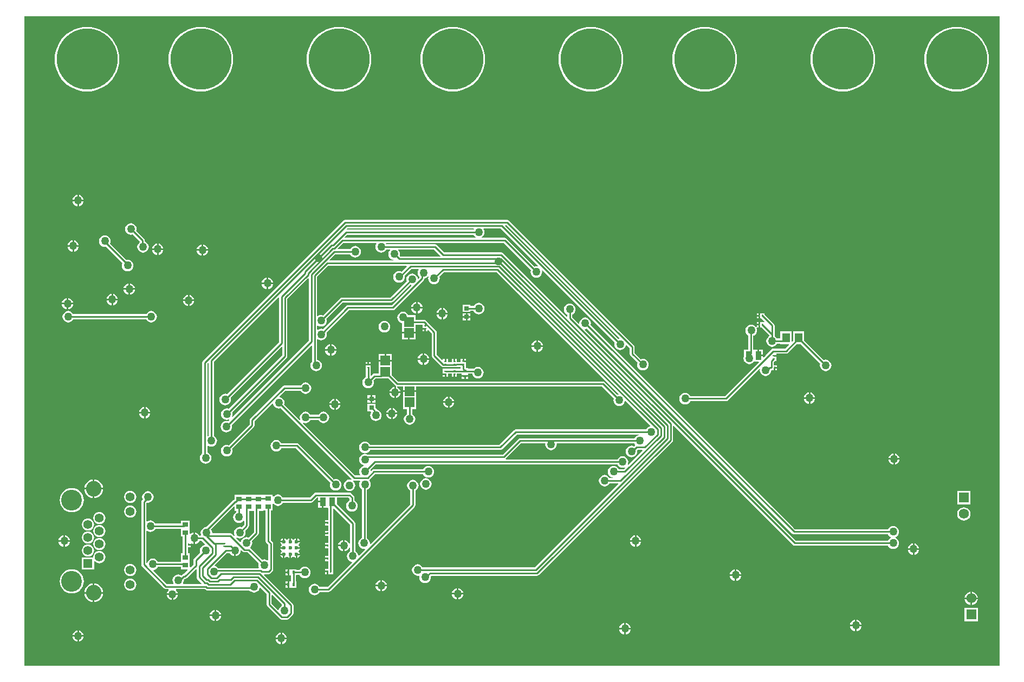
<source format=gbl>
G04*
G04 #@! TF.GenerationSoftware,Altium Limited,Altium Designer,24.1.2 (44)*
G04*
G04 Layer_Physical_Order=2*
G04 Layer_Color=16711680*
%FSLAX44Y44*%
%MOMM*%
G71*
G04*
G04 #@! TF.SameCoordinates,0A8073CA-4D69-4BD4-B8E1-8B9189CEBFBB*
G04*
G04*
G04 #@! TF.FilePolarity,Positive*
G04*
G01*
G75*
%ADD17C,0.2540*%
%ADD23R,0.2500X0.3000*%
%ADD27R,0.9000X0.8000*%
%ADD35R,0.3000X0.2500*%
%ADD43R,1.2000X1.4500*%
%ADD44R,0.4000X0.5000*%
%ADD72C,1.5700*%
%ADD73R,1.5700X1.5700*%
%ADD74C,9.5500*%
%ADD75C,1.3900*%
%ADD76R,1.3900X1.3900*%
%ADD77C,2.4200*%
%ADD78C,3.2500*%
%ADD80C,0.6000*%
%ADD82C,1.2700*%
%ADD83R,1.5562X1.5781*%
%ADD84R,0.7000X0.6500*%
%ADD85R,0.5000X0.4000*%
%ADD86R,0.9500X1.3500*%
G36*
X1778000Y254000D02*
X254000D01*
Y1270000D01*
X1778000D01*
Y254000D01*
D02*
G37*
%LPC*%
G36*
X1710690Y1253088D02*
X1704112Y1252657D01*
X1697646Y1251371D01*
X1691404Y1249252D01*
X1685491Y1246336D01*
X1680010Y1242673D01*
X1675053Y1238327D01*
X1670707Y1233370D01*
X1667044Y1227889D01*
X1664128Y1221976D01*
X1662009Y1215734D01*
X1660723Y1209268D01*
X1660292Y1202690D01*
X1660723Y1196112D01*
X1662009Y1189646D01*
X1664128Y1183404D01*
X1667044Y1177491D01*
X1670707Y1172010D01*
X1675053Y1167053D01*
X1680010Y1162707D01*
X1685491Y1159044D01*
X1691404Y1156128D01*
X1697646Y1154009D01*
X1704112Y1152723D01*
X1710690Y1152292D01*
X1717268Y1152723D01*
X1723734Y1154009D01*
X1729976Y1156128D01*
X1735889Y1159044D01*
X1741370Y1162707D01*
X1746327Y1167053D01*
X1750673Y1172010D01*
X1754336Y1177491D01*
X1757252Y1183404D01*
X1759371Y1189646D01*
X1760657Y1196112D01*
X1761088Y1202690D01*
X1760657Y1209268D01*
X1759371Y1215734D01*
X1757252Y1221976D01*
X1754336Y1227889D01*
X1750673Y1233370D01*
X1746327Y1238327D01*
X1741370Y1242673D01*
X1735889Y1246336D01*
X1729976Y1249252D01*
X1723734Y1251371D01*
X1717268Y1252657D01*
X1710690Y1253088D01*
D02*
G37*
G36*
X1532890D02*
X1526312Y1252657D01*
X1519846Y1251371D01*
X1513604Y1249252D01*
X1507691Y1246336D01*
X1502210Y1242673D01*
X1497253Y1238327D01*
X1492907Y1233370D01*
X1489244Y1227889D01*
X1486328Y1221976D01*
X1484209Y1215734D01*
X1482923Y1209268D01*
X1482492Y1202690D01*
X1482923Y1196112D01*
X1484209Y1189646D01*
X1486328Y1183404D01*
X1489244Y1177491D01*
X1492907Y1172010D01*
X1497253Y1167053D01*
X1502210Y1162707D01*
X1507691Y1159044D01*
X1513604Y1156128D01*
X1519846Y1154009D01*
X1526312Y1152723D01*
X1532890Y1152292D01*
X1539468Y1152723D01*
X1545934Y1154009D01*
X1552176Y1156128D01*
X1558089Y1159044D01*
X1563570Y1162707D01*
X1568527Y1167053D01*
X1572873Y1172010D01*
X1576536Y1177491D01*
X1579452Y1183404D01*
X1581571Y1189646D01*
X1582857Y1196112D01*
X1583288Y1202690D01*
X1582857Y1209268D01*
X1581571Y1215734D01*
X1579452Y1221976D01*
X1576536Y1227889D01*
X1572873Y1233370D01*
X1568527Y1238327D01*
X1563570Y1242673D01*
X1558089Y1246336D01*
X1552176Y1249252D01*
X1545934Y1251371D01*
X1539468Y1252657D01*
X1532890Y1253088D01*
D02*
G37*
G36*
X1316990D02*
X1310412Y1252657D01*
X1303946Y1251371D01*
X1297704Y1249252D01*
X1291791Y1246336D01*
X1286310Y1242673D01*
X1281353Y1238327D01*
X1277007Y1233370D01*
X1273344Y1227889D01*
X1270428Y1221976D01*
X1268309Y1215734D01*
X1267023Y1209268D01*
X1266592Y1202690D01*
X1267023Y1196112D01*
X1268309Y1189646D01*
X1270428Y1183404D01*
X1273344Y1177491D01*
X1277007Y1172010D01*
X1281353Y1167053D01*
X1286310Y1162707D01*
X1291791Y1159044D01*
X1297704Y1156128D01*
X1303946Y1154009D01*
X1310412Y1152723D01*
X1316990Y1152292D01*
X1323568Y1152723D01*
X1330034Y1154009D01*
X1336276Y1156128D01*
X1342189Y1159044D01*
X1347670Y1162707D01*
X1352627Y1167053D01*
X1356973Y1172010D01*
X1360636Y1177491D01*
X1363552Y1183404D01*
X1365671Y1189646D01*
X1366957Y1196112D01*
X1367388Y1202690D01*
X1366957Y1209268D01*
X1365671Y1215734D01*
X1363552Y1221976D01*
X1360636Y1227889D01*
X1356973Y1233370D01*
X1352627Y1238327D01*
X1347670Y1242673D01*
X1342189Y1246336D01*
X1336276Y1249252D01*
X1330034Y1251371D01*
X1323568Y1252657D01*
X1316990Y1253088D01*
D02*
G37*
G36*
X1139190D02*
X1132612Y1252657D01*
X1126146Y1251371D01*
X1119904Y1249252D01*
X1113991Y1246336D01*
X1108510Y1242673D01*
X1103553Y1238327D01*
X1099207Y1233370D01*
X1095544Y1227889D01*
X1092628Y1221976D01*
X1090509Y1215734D01*
X1089223Y1209268D01*
X1088792Y1202690D01*
X1089223Y1196112D01*
X1090509Y1189646D01*
X1092628Y1183404D01*
X1095544Y1177491D01*
X1099207Y1172010D01*
X1103553Y1167053D01*
X1108510Y1162707D01*
X1113991Y1159044D01*
X1119904Y1156128D01*
X1126146Y1154009D01*
X1132612Y1152723D01*
X1139190Y1152292D01*
X1145768Y1152723D01*
X1152234Y1154009D01*
X1158476Y1156128D01*
X1164389Y1159044D01*
X1169870Y1162707D01*
X1174827Y1167053D01*
X1179173Y1172010D01*
X1182836Y1177491D01*
X1185752Y1183404D01*
X1187871Y1189646D01*
X1189157Y1196112D01*
X1189588Y1202690D01*
X1189157Y1209268D01*
X1187871Y1215734D01*
X1185752Y1221976D01*
X1182836Y1227889D01*
X1179173Y1233370D01*
X1174827Y1238327D01*
X1169870Y1242673D01*
X1164389Y1246336D01*
X1158476Y1249252D01*
X1152234Y1251371D01*
X1145768Y1252657D01*
X1139190Y1253088D01*
D02*
G37*
G36*
X923290D02*
X916712Y1252657D01*
X910246Y1251371D01*
X904004Y1249252D01*
X898091Y1246336D01*
X892610Y1242673D01*
X887653Y1238327D01*
X883307Y1233370D01*
X879644Y1227889D01*
X876728Y1221976D01*
X874609Y1215734D01*
X873323Y1209268D01*
X872892Y1202690D01*
X873323Y1196112D01*
X874609Y1189646D01*
X876728Y1183404D01*
X879644Y1177491D01*
X883307Y1172010D01*
X887653Y1167053D01*
X892610Y1162707D01*
X898091Y1159044D01*
X904004Y1156128D01*
X910246Y1154009D01*
X916712Y1152723D01*
X923290Y1152292D01*
X929868Y1152723D01*
X936334Y1154009D01*
X942576Y1156128D01*
X948489Y1159044D01*
X953970Y1162707D01*
X958927Y1167053D01*
X963273Y1172010D01*
X966936Y1177491D01*
X969852Y1183404D01*
X971971Y1189646D01*
X973257Y1196112D01*
X973688Y1202690D01*
X973257Y1209268D01*
X971971Y1215734D01*
X969852Y1221976D01*
X966936Y1227889D01*
X963273Y1233370D01*
X958927Y1238327D01*
X953970Y1242673D01*
X948489Y1246336D01*
X942576Y1249252D01*
X936334Y1251371D01*
X929868Y1252657D01*
X923290Y1253088D01*
D02*
G37*
G36*
X745490D02*
X738912Y1252657D01*
X732446Y1251371D01*
X726204Y1249252D01*
X720291Y1246336D01*
X714810Y1242673D01*
X709853Y1238327D01*
X705507Y1233370D01*
X701844Y1227889D01*
X698928Y1221976D01*
X696809Y1215734D01*
X695523Y1209268D01*
X695092Y1202690D01*
X695523Y1196112D01*
X696809Y1189646D01*
X698928Y1183404D01*
X701844Y1177491D01*
X705507Y1172010D01*
X709853Y1167053D01*
X714810Y1162707D01*
X720291Y1159044D01*
X726204Y1156128D01*
X732446Y1154009D01*
X738912Y1152723D01*
X745490Y1152292D01*
X752068Y1152723D01*
X758534Y1154009D01*
X764776Y1156128D01*
X770689Y1159044D01*
X776170Y1162707D01*
X781127Y1167053D01*
X785473Y1172010D01*
X789136Y1177491D01*
X792052Y1183404D01*
X794171Y1189646D01*
X795457Y1196112D01*
X795888Y1202690D01*
X795457Y1209268D01*
X794171Y1215734D01*
X792052Y1221976D01*
X789136Y1227889D01*
X785473Y1233370D01*
X781127Y1238327D01*
X776170Y1242673D01*
X770689Y1246336D01*
X764776Y1249252D01*
X758534Y1251371D01*
X752068Y1252657D01*
X745490Y1253088D01*
D02*
G37*
G36*
X529590D02*
X523012Y1252657D01*
X516546Y1251371D01*
X510304Y1249252D01*
X504391Y1246336D01*
X498910Y1242673D01*
X493953Y1238327D01*
X489607Y1233370D01*
X485944Y1227889D01*
X483028Y1221976D01*
X480909Y1215734D01*
X479623Y1209268D01*
X479192Y1202690D01*
X479623Y1196112D01*
X480909Y1189646D01*
X483028Y1183404D01*
X485944Y1177491D01*
X489607Y1172010D01*
X493953Y1167053D01*
X498910Y1162707D01*
X504391Y1159044D01*
X510304Y1156128D01*
X516546Y1154009D01*
X523012Y1152723D01*
X529590Y1152292D01*
X536168Y1152723D01*
X542634Y1154009D01*
X548876Y1156128D01*
X554789Y1159044D01*
X560270Y1162707D01*
X565227Y1167053D01*
X569573Y1172010D01*
X573236Y1177491D01*
X576152Y1183404D01*
X578271Y1189646D01*
X579557Y1196112D01*
X579988Y1202690D01*
X579557Y1209268D01*
X578271Y1215734D01*
X576152Y1221976D01*
X573236Y1227889D01*
X569573Y1233370D01*
X565227Y1238327D01*
X560270Y1242673D01*
X554789Y1246336D01*
X548876Y1249252D01*
X542634Y1251371D01*
X536168Y1252657D01*
X529590Y1253088D01*
D02*
G37*
G36*
X351790D02*
X345212Y1252657D01*
X338746Y1251371D01*
X332504Y1249252D01*
X326591Y1246336D01*
X321110Y1242673D01*
X316153Y1238327D01*
X311807Y1233370D01*
X308144Y1227889D01*
X305228Y1221976D01*
X303109Y1215734D01*
X301823Y1209268D01*
X301392Y1202690D01*
X301823Y1196112D01*
X303109Y1189646D01*
X305228Y1183404D01*
X308144Y1177491D01*
X311807Y1172010D01*
X316153Y1167053D01*
X321110Y1162707D01*
X326591Y1159044D01*
X332504Y1156128D01*
X338746Y1154009D01*
X345212Y1152723D01*
X351790Y1152292D01*
X358368Y1152723D01*
X364834Y1154009D01*
X371076Y1156128D01*
X376989Y1159044D01*
X382470Y1162707D01*
X387427Y1167053D01*
X391773Y1172010D01*
X395436Y1177491D01*
X398352Y1183404D01*
X400471Y1189646D01*
X401757Y1196112D01*
X402188Y1202690D01*
X401757Y1209268D01*
X400471Y1215734D01*
X398352Y1221976D01*
X395436Y1227889D01*
X391773Y1233370D01*
X387427Y1238327D01*
X382470Y1242673D01*
X376989Y1246336D01*
X371076Y1249252D01*
X364834Y1251371D01*
X358368Y1252657D01*
X351790Y1253088D01*
D02*
G37*
G36*
X339090Y990509D02*
Y982980D01*
X346619D01*
X346481Y984031D01*
X345585Y986193D01*
X344160Y988050D01*
X342303Y989475D01*
X340141Y990371D01*
X339090Y990509D01*
D02*
G37*
G36*
X336550D02*
X335499Y990371D01*
X333337Y989475D01*
X331480Y988050D01*
X330055Y986193D01*
X329159Y984031D01*
X329021Y982980D01*
X336550D01*
Y990509D01*
D02*
G37*
G36*
X346619Y980440D02*
X339090D01*
Y972911D01*
X340141Y973049D01*
X342303Y973945D01*
X344160Y975370D01*
X345585Y977227D01*
X346481Y979389D01*
X346619Y980440D01*
D02*
G37*
G36*
X336550D02*
X329021D01*
X329159Y979389D01*
X330055Y977227D01*
X331480Y975370D01*
X333337Y973945D01*
X335499Y973049D01*
X336550Y972911D01*
Y980440D01*
D02*
G37*
G36*
X331470Y919389D02*
Y911860D01*
X338999D01*
X338861Y912911D01*
X337965Y915073D01*
X336540Y916930D01*
X334683Y918355D01*
X332521Y919251D01*
X331470Y919389D01*
D02*
G37*
G36*
X328930D02*
X327879Y919251D01*
X325717Y918355D01*
X323860Y916930D01*
X322435Y915073D01*
X321539Y912911D01*
X321400Y911860D01*
X328930D01*
Y919389D01*
D02*
G37*
G36*
X463550Y914309D02*
Y906780D01*
X471079D01*
X470941Y907831D01*
X470045Y909993D01*
X468620Y911850D01*
X466763Y913275D01*
X464601Y914171D01*
X463550Y914309D01*
D02*
G37*
G36*
X461010D02*
X459959Y914171D01*
X457797Y913275D01*
X455940Y911850D01*
X454515Y909993D01*
X453619Y907831D01*
X453480Y906780D01*
X461010D01*
Y914309D01*
D02*
G37*
G36*
X533400Y913039D02*
Y905510D01*
X540929D01*
X540791Y906561D01*
X539895Y908723D01*
X538470Y910580D01*
X536613Y912005D01*
X534451Y912901D01*
X533400Y913039D01*
D02*
G37*
G36*
X530860D02*
X529809Y912901D01*
X527647Y912005D01*
X525790Y910580D01*
X524365Y908723D01*
X523469Y906561D01*
X523330Y905510D01*
X530860D01*
Y913039D01*
D02*
G37*
G36*
X338999Y909320D02*
X331470D01*
Y901790D01*
X332521Y901929D01*
X334683Y902825D01*
X336540Y904250D01*
X337965Y906107D01*
X338861Y908269D01*
X338999Y909320D01*
D02*
G37*
G36*
X328930D02*
X321400D01*
X321539Y908269D01*
X322435Y906107D01*
X323860Y904250D01*
X325717Y902825D01*
X327879Y901929D01*
X328930Y901790D01*
Y909320D01*
D02*
G37*
G36*
X420370Y946227D02*
X418049Y945921D01*
X415887Y945025D01*
X414030Y943600D01*
X412605Y941743D01*
X411709Y939581D01*
X411403Y937260D01*
X411709Y934939D01*
X412605Y932777D01*
X414030Y930920D01*
X415887Y929495D01*
X418049Y928599D01*
X420370Y928293D01*
X422691Y928599D01*
X423289Y928847D01*
X434265Y917871D01*
Y916570D01*
X433080Y915660D01*
X431655Y913803D01*
X430759Y911641D01*
X430453Y909320D01*
X430759Y906999D01*
X431655Y904837D01*
X433080Y902980D01*
X434937Y901555D01*
X437099Y900659D01*
X439420Y900353D01*
X441741Y900659D01*
X443903Y901555D01*
X445760Y902980D01*
X447185Y904837D01*
X448081Y906999D01*
X448387Y909320D01*
X448081Y911641D01*
X447185Y913803D01*
X445760Y915660D01*
X443903Y917085D01*
X442035Y917859D01*
Y919480D01*
X441739Y920967D01*
X440897Y922227D01*
X428783Y934341D01*
X429031Y934939D01*
X429337Y937260D01*
X429031Y939581D01*
X428135Y941743D01*
X426710Y943600D01*
X424853Y945025D01*
X422691Y945921D01*
X420370Y946227D01*
D02*
G37*
G36*
X471079Y904240D02*
X463550D01*
Y896711D01*
X464601Y896849D01*
X466763Y897745D01*
X468620Y899170D01*
X470045Y901027D01*
X470941Y903189D01*
X471079Y904240D01*
D02*
G37*
G36*
X461010D02*
X453480D01*
X453619Y903189D01*
X454515Y901027D01*
X455940Y899170D01*
X457797Y897745D01*
X459959Y896849D01*
X461010Y896711D01*
Y904240D01*
D02*
G37*
G36*
X540929Y902970D02*
X533400D01*
Y895441D01*
X534451Y895579D01*
X536613Y896475D01*
X538470Y897900D01*
X539895Y899757D01*
X540791Y901919D01*
X540929Y902970D01*
D02*
G37*
G36*
X530860D02*
X523330D01*
X523469Y901919D01*
X524365Y899757D01*
X525790Y897900D01*
X527647Y896475D01*
X529809Y895579D01*
X530860Y895441D01*
Y902970D01*
D02*
G37*
G36*
X379730Y927177D02*
X377409Y926871D01*
X375247Y925975D01*
X373390Y924550D01*
X371965Y922693D01*
X371069Y920531D01*
X370763Y918210D01*
X371069Y915889D01*
X371965Y913727D01*
X373390Y911870D01*
X375247Y910445D01*
X377409Y909549D01*
X379730Y909243D01*
X381677Y909500D01*
X407249Y883928D01*
X406629Y882431D01*
X406323Y880110D01*
X406629Y877789D01*
X407525Y875627D01*
X408950Y873770D01*
X410807Y872345D01*
X412969Y871449D01*
X415290Y871143D01*
X417611Y871449D01*
X419773Y872345D01*
X421630Y873770D01*
X423055Y875627D01*
X423951Y877789D01*
X424257Y880110D01*
X423951Y882431D01*
X423055Y884593D01*
X421630Y886450D01*
X419773Y887875D01*
X417611Y888771D01*
X415290Y889077D01*
X413343Y888820D01*
X387771Y914392D01*
X388391Y915889D01*
X388697Y918210D01*
X388391Y920531D01*
X387495Y922693D01*
X386070Y924550D01*
X384213Y925975D01*
X382051Y926871D01*
X379730Y927177D01*
D02*
G37*
G36*
X635000Y860969D02*
Y853440D01*
X642530D01*
X642391Y854491D01*
X641495Y856653D01*
X640070Y858510D01*
X638213Y859935D01*
X636051Y860831D01*
X635000Y860969D01*
D02*
G37*
G36*
X632460D02*
X631409Y860831D01*
X629247Y859935D01*
X627390Y858510D01*
X625965Y856653D01*
X625069Y854491D01*
X624930Y853440D01*
X632460D01*
Y860969D01*
D02*
G37*
G36*
X419100Y852079D02*
Y844550D01*
X426629D01*
X426491Y845601D01*
X425595Y847763D01*
X424170Y849620D01*
X422313Y851045D01*
X420151Y851941D01*
X419100Y852079D01*
D02*
G37*
G36*
X416560D02*
X415509Y851941D01*
X413347Y851045D01*
X411490Y849620D01*
X410065Y847763D01*
X409169Y845601D01*
X409030Y844550D01*
X416560D01*
Y852079D01*
D02*
G37*
G36*
X642530Y850900D02*
X635000D01*
Y843371D01*
X636051Y843509D01*
X638213Y844405D01*
X640070Y845830D01*
X641495Y847687D01*
X642391Y849849D01*
X642530Y850900D01*
D02*
G37*
G36*
X632460D02*
X624930D01*
X625069Y849849D01*
X625965Y847687D01*
X627390Y845830D01*
X629247Y844405D01*
X631409Y843509D01*
X632460Y843371D01*
Y850900D01*
D02*
G37*
G36*
X426629Y842010D02*
X419100D01*
Y834481D01*
X420151Y834619D01*
X422313Y835515D01*
X424170Y836940D01*
X425595Y838797D01*
X426491Y840959D01*
X426629Y842010D01*
D02*
G37*
G36*
X416560D02*
X409030D01*
X409169Y840959D01*
X410065Y838797D01*
X411490Y836940D01*
X413347Y835515D01*
X415509Y834619D01*
X416560Y834481D01*
Y842010D01*
D02*
G37*
G36*
X392430Y835570D02*
Y828040D01*
X399959D01*
X399821Y829091D01*
X398925Y831253D01*
X397500Y833110D01*
X395643Y834535D01*
X393481Y835431D01*
X392430Y835570D01*
D02*
G37*
G36*
X389890D02*
X388839Y835431D01*
X386677Y834535D01*
X384820Y833110D01*
X383395Y831253D01*
X382499Y829091D01*
X382360Y828040D01*
X389890D01*
Y835570D01*
D02*
G37*
G36*
X511810Y834299D02*
Y826770D01*
X519339D01*
X519201Y827821D01*
X518305Y829983D01*
X516880Y831840D01*
X515023Y833265D01*
X512861Y834161D01*
X511810Y834299D01*
D02*
G37*
G36*
X509270D02*
X508219Y834161D01*
X506057Y833265D01*
X504200Y831840D01*
X502775Y829983D01*
X501879Y827821D01*
X501740Y826770D01*
X509270D01*
Y834299D01*
D02*
G37*
G36*
X322580Y829220D02*
Y821690D01*
X330109D01*
X329971Y822741D01*
X329075Y824903D01*
X327650Y826760D01*
X325793Y828185D01*
X323631Y829081D01*
X322580Y829220D01*
D02*
G37*
G36*
X320040D02*
X318989Y829081D01*
X316827Y828185D01*
X314970Y826760D01*
X313545Y824903D01*
X312649Y822741D01*
X312511Y821690D01*
X320040D01*
Y829220D01*
D02*
G37*
G36*
X399959Y825500D02*
X392430D01*
Y817971D01*
X393481Y818109D01*
X395643Y819005D01*
X397500Y820430D01*
X398925Y822287D01*
X399821Y824449D01*
X399959Y825500D01*
D02*
G37*
G36*
X389890D02*
X382360D01*
X382499Y824449D01*
X383395Y822287D01*
X384820Y820430D01*
X386677Y819005D01*
X388839Y818109D01*
X389890Y817971D01*
Y825500D01*
D02*
G37*
G36*
X963930Y821767D02*
X961609Y821461D01*
X959447Y820565D01*
X957590Y819140D01*
X956165Y817283D01*
X956000Y816885D01*
X950920D01*
Y818990D01*
X938840D01*
Y807410D01*
X950920D01*
Y809115D01*
X955834D01*
X956165Y808317D01*
X957590Y806460D01*
X959447Y805035D01*
X961609Y804139D01*
X963930Y803833D01*
X966251Y804139D01*
X968413Y805035D01*
X970270Y806460D01*
X971695Y808317D01*
X972591Y810479D01*
X972897Y812800D01*
X972591Y815121D01*
X971695Y817283D01*
X970270Y819140D01*
X968413Y820565D01*
X966251Y821461D01*
X963930Y821767D01*
D02*
G37*
G36*
X519339Y824230D02*
X511810D01*
Y816701D01*
X512861Y816839D01*
X515023Y817735D01*
X516880Y819160D01*
X518305Y821017D01*
X519201Y823179D01*
X519339Y824230D01*
D02*
G37*
G36*
X509270D02*
X501740D01*
X501879Y823179D01*
X502775Y821017D01*
X504200Y819160D01*
X506057Y817735D01*
X508219Y816839D01*
X509270Y816701D01*
Y824230D01*
D02*
G37*
G36*
X868530Y822869D02*
Y815340D01*
X876059D01*
X875921Y816391D01*
X875025Y818553D01*
X873600Y820410D01*
X871743Y821835D01*
X869581Y822731D01*
X868530Y822869D01*
D02*
G37*
G36*
X865990D02*
X864939Y822731D01*
X862777Y821835D01*
X860920Y820410D01*
X859495Y818553D01*
X858599Y816391D01*
X858460Y815340D01*
X865990D01*
Y822869D01*
D02*
G37*
G36*
X330109Y819150D02*
X322580D01*
Y811620D01*
X323631Y811759D01*
X325793Y812655D01*
X327650Y814080D01*
X329075Y815937D01*
X329971Y818099D01*
X330109Y819150D01*
D02*
G37*
G36*
X320040D02*
X312511D01*
X312649Y818099D01*
X313545Y815937D01*
X314970Y814080D01*
X316827Y812655D01*
X318989Y811759D01*
X320040Y811620D01*
Y819150D01*
D02*
G37*
G36*
X908050Y813553D02*
Y806024D01*
X915580D01*
X915441Y807075D01*
X914545Y809237D01*
X913120Y811094D01*
X911263Y812519D01*
X909101Y813415D01*
X908050Y813553D01*
D02*
G37*
G36*
X905510D02*
X904459Y813415D01*
X902297Y812519D01*
X900440Y811094D01*
X899015Y809237D01*
X898119Y807075D01*
X897980Y806024D01*
X905510D01*
Y813553D01*
D02*
G37*
G36*
X876059Y812800D02*
X868530D01*
Y805270D01*
X869581Y805409D01*
X871743Y806305D01*
X873600Y807730D01*
X875025Y809587D01*
X875921Y811749D01*
X876059Y812800D01*
D02*
G37*
G36*
X865990D02*
X858460D01*
X858599Y811749D01*
X859495Y809587D01*
X860920Y807730D01*
X862777Y806305D01*
X864939Y805409D01*
X865990Y805270D01*
Y812800D01*
D02*
G37*
G36*
X452120Y809067D02*
X449799Y808761D01*
X447637Y807865D01*
X445780Y806440D01*
X444355Y804583D01*
X444107Y803985D01*
X330593D01*
X330345Y804583D01*
X328920Y806440D01*
X327063Y807865D01*
X324901Y808761D01*
X322580Y809067D01*
X320259Y808761D01*
X318097Y807865D01*
X316240Y806440D01*
X314815Y804583D01*
X313919Y802421D01*
X313613Y800100D01*
X313919Y797779D01*
X314815Y795617D01*
X316240Y793760D01*
X318097Y792335D01*
X320259Y791439D01*
X322580Y791133D01*
X324901Y791439D01*
X327063Y792335D01*
X328920Y793760D01*
X330345Y795617D01*
X330593Y796215D01*
X444107D01*
X444355Y795617D01*
X445780Y793760D01*
X447637Y792335D01*
X449799Y791439D01*
X452120Y791133D01*
X454441Y791439D01*
X456603Y792335D01*
X458460Y793760D01*
X459885Y795617D01*
X460781Y797779D01*
X461087Y800100D01*
X460781Y802421D01*
X459885Y804583D01*
X458460Y806440D01*
X456603Y807865D01*
X454441Y808761D01*
X452120Y809067D01*
D02*
G37*
G36*
X1401140Y805410D02*
X1398620D01*
Y802640D01*
X1401140D01*
Y805410D01*
D02*
G37*
G36*
X950920Y805490D02*
X946150D01*
Y800970D01*
X950920D01*
Y805490D01*
D02*
G37*
G36*
X943610D02*
X938840D01*
Y800970D01*
X943610D01*
Y805490D01*
D02*
G37*
G36*
X1401140Y800100D02*
X1398620D01*
Y797330D01*
X1401140D01*
Y800100D01*
D02*
G37*
G36*
X915580Y803484D02*
X908050D01*
Y795954D01*
X909101Y796093D01*
X911263Y796988D01*
X913120Y798413D01*
X914545Y800270D01*
X915441Y802433D01*
X915580Y803484D01*
D02*
G37*
G36*
X905510D02*
X897980D01*
X898119Y802433D01*
X899015Y800270D01*
X900440Y798413D01*
X902297Y796988D01*
X904459Y796093D01*
X905510Y795954D01*
Y803484D01*
D02*
G37*
G36*
X950920Y798430D02*
X946150D01*
Y793910D01*
X950920D01*
Y798430D01*
D02*
G37*
G36*
X943610D02*
X938840D01*
Y793910D01*
X943610D01*
Y798430D01*
D02*
G37*
G36*
X1401140Y791440D02*
X1398620D01*
Y788670D01*
X1401140D01*
Y791440D01*
D02*
G37*
G36*
X878840Y779945D02*
X876070D01*
Y777425D01*
X878840D01*
Y779945D01*
D02*
G37*
G36*
X816610Y793400D02*
X814289Y793095D01*
X812127Y792199D01*
X810270Y790774D01*
X808845Y788917D01*
X807949Y786755D01*
X807643Y784434D01*
X807949Y782113D01*
X808845Y779950D01*
X810270Y778093D01*
X812127Y776668D01*
X814289Y775773D01*
X816610Y775467D01*
X818931Y775773D01*
X821093Y776668D01*
X822950Y778093D01*
X824375Y779950D01*
X825271Y782113D01*
X825577Y784434D01*
X825271Y786755D01*
X824375Y788917D01*
X822950Y790774D01*
X821093Y792199D01*
X818931Y793095D01*
X816610Y793400D01*
D02*
G37*
G36*
X865031Y773430D02*
X855980D01*
Y764270D01*
X865031D01*
Y773430D01*
D02*
G37*
G36*
X853440D02*
X844389D01*
Y764270D01*
X853440D01*
Y773430D01*
D02*
G37*
G36*
X1056640Y762753D02*
Y755224D01*
X1064169D01*
X1064031Y756274D01*
X1063135Y758437D01*
X1061710Y760294D01*
X1059853Y761719D01*
X1057691Y762615D01*
X1056640Y762753D01*
D02*
G37*
G36*
X1054100D02*
X1053049Y762615D01*
X1050887Y761719D01*
X1049030Y760294D01*
X1047605Y758437D01*
X1046709Y756274D01*
X1046571Y755224D01*
X1054100D01*
Y762753D01*
D02*
G37*
G36*
X734060Y756830D02*
Y749300D01*
X741590D01*
X741451Y750351D01*
X740555Y752513D01*
X739130Y754370D01*
X737273Y755795D01*
X735111Y756691D01*
X734060Y756830D01*
D02*
G37*
G36*
X731520D02*
X730469Y756691D01*
X728307Y755795D01*
X726450Y754370D01*
X725025Y752513D01*
X724129Y750351D01*
X723990Y749300D01*
X731520D01*
Y756830D01*
D02*
G37*
G36*
X1064169Y752684D02*
X1056640D01*
Y745154D01*
X1057691Y745293D01*
X1059853Y746188D01*
X1061710Y747613D01*
X1063135Y749470D01*
X1064031Y751633D01*
X1064169Y752684D01*
D02*
G37*
G36*
X1054100D02*
X1046571D01*
X1046709Y751633D01*
X1047605Y749470D01*
X1049030Y747613D01*
X1050887Y746188D01*
X1053049Y745293D01*
X1054100Y745154D01*
Y752684D01*
D02*
G37*
G36*
X1402080Y748430D02*
Y740410D01*
X1408100D01*
Y748430D01*
X1402080D01*
D02*
G37*
G36*
X741590Y746760D02*
X734060D01*
Y739230D01*
X735111Y739369D01*
X737273Y740265D01*
X739130Y741690D01*
X740555Y743547D01*
X741451Y745709D01*
X741590Y746760D01*
D02*
G37*
G36*
X731520D02*
X723990D01*
X724129Y745709D01*
X725025Y743547D01*
X726450Y741690D01*
X728307Y740265D01*
X730469Y739369D01*
X731520Y739230D01*
Y746760D01*
D02*
G37*
G36*
X1410950Y805410D02*
X1403369D01*
Y801846D01*
X1403275Y801370D01*
X1403369Y800894D01*
Y797330D01*
X1405706D01*
X1410326Y792710D01*
X1409800Y791440D01*
X1403369D01*
Y787876D01*
X1403275Y787400D01*
X1403369Y786924D01*
Y783360D01*
X1405706D01*
X1417923Y771143D01*
X1417920Y770468D01*
X1417717Y769612D01*
X1416060Y768340D01*
X1414635Y766483D01*
X1413739Y764321D01*
X1413433Y762000D01*
X1413739Y759679D01*
X1414635Y757517D01*
X1416060Y755660D01*
X1417917Y754235D01*
X1420079Y753339D01*
X1422400Y753033D01*
X1424721Y753339D01*
X1426883Y754235D01*
X1428740Y755660D01*
X1430165Y757517D01*
X1430413Y758115D01*
X1435450D01*
Y757290D01*
X1448297D01*
X1448783Y756117D01*
X1442790Y750124D01*
X1424231D01*
X1422744Y749828D01*
X1421484Y748986D01*
X1412938Y740440D01*
X1412096Y739179D01*
X1412059Y738994D01*
X1409273Y736209D01*
X1408100Y736695D01*
Y737870D01*
X1400810D01*
Y739140D01*
X1399540D01*
Y748430D01*
X1393520D01*
X1393175Y749557D01*
Y770227D01*
X1394423Y770745D01*
X1396280Y772170D01*
X1397705Y774027D01*
X1398601Y776189D01*
X1398907Y778510D01*
X1398601Y780831D01*
X1397980Y782329D01*
X1397970Y782362D01*
X1398928Y783360D01*
X1399671Y783360D01*
X1401140D01*
Y786130D01*
X1398620D01*
Y784506D01*
X1398620Y783888D01*
X1397361Y783460D01*
X1397310Y783509D01*
X1396280Y784850D01*
X1394423Y786275D01*
X1392261Y787171D01*
X1389940Y787477D01*
X1387619Y787171D01*
X1385457Y786275D01*
X1383600Y784850D01*
X1382175Y782993D01*
X1381279Y780831D01*
X1380973Y778510D01*
X1381279Y776189D01*
X1382175Y774027D01*
X1383600Y772170D01*
X1385405Y770784D01*
Y748430D01*
X1378520D01*
Y738048D01*
X1378179Y737225D01*
X1377873Y734904D01*
X1378179Y732583D01*
X1378520Y731759D01*
Y729850D01*
X1379512D01*
X1380500Y728563D01*
X1382357Y727138D01*
X1384519Y726243D01*
X1386840Y725937D01*
X1389161Y726243D01*
X1391323Y727138D01*
X1393180Y728563D01*
X1394168Y729850D01*
X1401255D01*
X1401741Y728677D01*
X1348779Y675715D01*
X1294523D01*
X1294275Y676313D01*
X1292850Y678170D01*
X1290993Y679595D01*
X1288831Y680491D01*
X1286510Y680797D01*
X1284189Y680491D01*
X1282027Y679595D01*
X1280170Y678170D01*
X1278745Y676313D01*
X1277849Y674151D01*
X1277543Y671830D01*
X1277849Y669509D01*
X1278745Y667347D01*
X1280170Y665490D01*
X1282027Y664065D01*
X1284189Y663169D01*
X1286510Y662863D01*
X1288831Y663169D01*
X1290993Y664065D01*
X1292850Y665490D01*
X1294275Y667347D01*
X1294523Y667945D01*
X1350388D01*
X1351875Y668241D01*
X1353135Y669083D01*
X1402244Y718192D01*
X1403447Y717599D01*
X1403273Y716280D01*
X1403579Y713959D01*
X1404475Y711797D01*
X1405900Y709940D01*
X1407757Y708515D01*
X1409919Y707619D01*
X1412240Y707313D01*
X1414561Y707619D01*
X1416723Y708515D01*
X1418580Y709940D01*
X1420005Y711797D01*
X1420901Y713959D01*
X1421176Y716050D01*
X1425251D01*
Y719614D01*
X1425345Y720090D01*
X1426210D01*
Y721360D01*
X1430000D01*
Y724130D01*
X1425345D01*
Y728971D01*
X1426644Y730270D01*
X1428980D01*
Y737850D01*
X1425416D01*
X1424940Y737945D01*
Y740080D01*
X1428980D01*
Y742354D01*
X1444399D01*
X1445886Y742650D01*
X1447146Y743492D01*
X1460944Y757290D01*
X1467036D01*
X1497719Y726607D01*
X1497559Y726221D01*
X1497253Y723900D01*
X1497559Y721579D01*
X1498455Y719417D01*
X1499880Y717560D01*
X1501737Y716135D01*
X1503899Y715239D01*
X1506220Y714933D01*
X1508541Y715239D01*
X1510703Y716135D01*
X1512560Y717560D01*
X1513985Y719417D01*
X1514881Y721579D01*
X1515187Y723900D01*
X1514881Y726221D01*
X1513985Y728383D01*
X1512560Y730240D01*
X1510703Y731665D01*
X1508541Y732561D01*
X1506220Y732867D01*
X1503899Y732561D01*
X1503088Y732225D01*
X1472530Y762784D01*
Y776870D01*
X1455450D01*
Y762784D01*
X1453703Y761037D01*
X1452530Y761523D01*
Y776870D01*
X1435450D01*
Y765885D01*
X1430413D01*
X1430165Y766483D01*
X1428740Y768340D01*
X1426883Y769765D01*
X1426285Y770013D01*
Y786130D01*
X1425989Y787617D01*
X1425147Y788877D01*
X1410950Y803074D01*
Y805410D01*
D02*
G37*
G36*
X878840Y742433D02*
Y734904D01*
X886369D01*
X886231Y735955D01*
X885335Y738117D01*
X883910Y739974D01*
X882053Y741399D01*
X879891Y742295D01*
X878840Y742433D01*
D02*
G37*
G36*
X876300D02*
X875249Y742295D01*
X873087Y741399D01*
X871230Y739974D01*
X869805Y738117D01*
X868909Y735955D01*
X868771Y734904D01*
X876300D01*
Y742433D01*
D02*
G37*
G36*
X828201Y741701D02*
X819150D01*
Y732541D01*
X828201D01*
Y741701D01*
D02*
G37*
G36*
X816610D02*
X807559D01*
Y732541D01*
X816610D01*
Y741701D01*
D02*
G37*
G36*
X943840Y734040D02*
X941070D01*
Y731520D01*
X943840D01*
Y734040D01*
D02*
G37*
G36*
X795250Y728795D02*
X792480D01*
Y726275D01*
X795250D01*
Y728795D01*
D02*
G37*
G36*
X789940D02*
X787170D01*
Y726275D01*
X789940D01*
Y728795D01*
D02*
G37*
G36*
X886369Y732364D02*
X878840D01*
Y724834D01*
X879891Y724973D01*
X882053Y725868D01*
X883910Y727293D01*
X885335Y729150D01*
X886231Y731313D01*
X886369Y732364D01*
D02*
G37*
G36*
X876300D02*
X868771D01*
X868909Y731313D01*
X869805Y729150D01*
X871230Y727293D01*
X873087Y725868D01*
X875249Y724973D01*
X876300Y724834D01*
Y732364D01*
D02*
G37*
G36*
X845820Y807797D02*
X843499Y807491D01*
X841337Y806595D01*
X839480Y805170D01*
X838055Y803313D01*
X837159Y801151D01*
X836853Y798830D01*
X837159Y796509D01*
X838055Y794347D01*
X839480Y792490D01*
X841337Y791065D01*
X843499Y790169D01*
X844389Y790052D01*
Y781551D01*
Y775970D01*
X854710D01*
X865031D01*
Y781551D01*
Y787543D01*
X876070D01*
Y782175D01*
X879634D01*
X880110Y782080D01*
Y781215D01*
X881380D01*
Y777425D01*
X884150D01*
Y778747D01*
X885323Y779233D01*
X890561Y773995D01*
Y739361D01*
X890857Y737874D01*
X891699Y736614D01*
X906035Y722278D01*
X907295Y721436D01*
X908782Y721140D01*
X928908D01*
X929637Y721285D01*
X935915D01*
Y718565D01*
X929870D01*
Y718800D01*
X921790D01*
Y718565D01*
X911860D01*
X911384Y718470D01*
X907820D01*
Y710890D01*
X911384D01*
X911860Y710795D01*
Y709930D01*
X913130D01*
Y706140D01*
X915900D01*
Y710795D01*
X921790D01*
Y706470D01*
X924560D01*
Y710260D01*
X927100D01*
Y706470D01*
X929870D01*
Y710795D01*
X937300D01*
Y708280D01*
X942340D01*
X947380D01*
Y710795D01*
X953914D01*
X953999Y710149D01*
X954895Y707987D01*
X956320Y706130D01*
X958177Y704705D01*
X960339Y703809D01*
X962660Y703503D01*
X964981Y703809D01*
X967143Y704705D01*
X969000Y706130D01*
X970425Y707987D01*
X971321Y710149D01*
X971627Y712470D01*
X971321Y714791D01*
X970425Y716953D01*
X969000Y718810D01*
X967143Y720235D01*
X964981Y721131D01*
X962660Y721437D01*
X960339Y721131D01*
X958177Y720235D01*
X956320Y718810D01*
X956131Y718565D01*
X947380D01*
Y719550D01*
X943685D01*
Y721710D01*
X943840D01*
Y729290D01*
X939800D01*
Y730250D01*
X938530D01*
Y734040D01*
X935760D01*
Y729055D01*
X929870D01*
Y733875D01*
X927100D01*
Y730085D01*
X924560D01*
Y733875D01*
X921790D01*
Y728910D01*
X915900D01*
Y733875D01*
X913130D01*
Y730085D01*
X910590D01*
Y733875D01*
X907820D01*
Y733140D01*
X906647Y732654D01*
X898331Y740970D01*
Y775604D01*
X898035Y777091D01*
X897193Y778351D01*
X882857Y792687D01*
X881369Y794175D01*
X880109Y795017D01*
X878622Y795313D01*
X865031D01*
Y802412D01*
X853959D01*
X853585Y803313D01*
X852160Y805170D01*
X850303Y806595D01*
X848141Y807491D01*
X845820Y807797D01*
D02*
G37*
G36*
X1008778Y951305D02*
X754853D01*
X753367Y951009D01*
X752106Y950167D01*
X533193Y731254D01*
X532351Y729993D01*
X532055Y728507D01*
Y586370D01*
X530870Y585460D01*
X529445Y583603D01*
X528549Y581441D01*
X528243Y579120D01*
X528549Y576799D01*
X529445Y574637D01*
X530870Y572780D01*
X532727Y571355D01*
X534889Y570459D01*
X537210Y570153D01*
X539531Y570459D01*
X541693Y571355D01*
X543550Y572780D01*
X544975Y574637D01*
X545871Y576799D01*
X546177Y579120D01*
X545871Y581441D01*
X544975Y583603D01*
X543550Y585460D01*
X541693Y586885D01*
X539825Y587659D01*
Y597964D01*
X540964Y598526D01*
X541617Y598025D01*
X543779Y597129D01*
X546100Y596823D01*
X548421Y597129D01*
X550583Y598025D01*
X552440Y599450D01*
X553865Y601307D01*
X554761Y603469D01*
X555067Y605790D01*
X554761Y608111D01*
X553865Y610273D01*
X552440Y612130D01*
X550583Y613555D01*
X549985Y613803D01*
Y729874D01*
X650720Y830609D01*
X651990Y830083D01*
Y760354D01*
X570610Y678973D01*
X570011Y679221D01*
X567690Y679527D01*
X565369Y679221D01*
X563207Y678325D01*
X561350Y676900D01*
X559925Y675043D01*
X559029Y672881D01*
X558723Y670560D01*
X559029Y668239D01*
X559925Y666077D01*
X561350Y664220D01*
X563207Y662795D01*
X565369Y661899D01*
X567690Y661593D01*
X570011Y661899D01*
X572173Y662795D01*
X574030Y664220D01*
X575455Y666077D01*
X576351Y668239D01*
X576657Y670560D01*
X576351Y672881D01*
X576103Y673480D01*
X655897Y753273D01*
X657070Y752787D01*
Y740034D01*
X573149Y656113D01*
X572551Y656361D01*
X570230Y656667D01*
X567909Y656361D01*
X565747Y655465D01*
X563890Y654040D01*
X562465Y652183D01*
X561569Y650021D01*
X561263Y647700D01*
X561569Y645379D01*
X562465Y643217D01*
X563890Y641360D01*
X565747Y639935D01*
X567909Y639039D01*
X570230Y638733D01*
X572551Y639039D01*
X573879Y639589D01*
X574599Y638512D01*
X572514Y636428D01*
X571916Y636676D01*
X569595Y636982D01*
X567274Y636676D01*
X565112Y635780D01*
X563255Y634355D01*
X561830Y632498D01*
X560934Y630336D01*
X560628Y628015D01*
X560934Y625694D01*
X561830Y623532D01*
X563255Y621675D01*
X565112Y620250D01*
X567274Y619354D01*
X569595Y619048D01*
X571916Y619354D01*
X574078Y620250D01*
X575935Y621675D01*
X577360Y623532D01*
X578256Y625694D01*
X578562Y628015D01*
X578256Y630336D01*
X578008Y630934D01*
X702332Y755258D01*
X703505Y754772D01*
Y730468D01*
X703559Y730200D01*
X702165Y728383D01*
X701269Y726221D01*
X700963Y723900D01*
X701269Y721579D01*
X702165Y719417D01*
X703590Y717560D01*
X705447Y716135D01*
X707609Y715239D01*
X709930Y714933D01*
X712251Y715239D01*
X714413Y716135D01*
X716270Y717560D01*
X717695Y719417D01*
X718591Y721579D01*
X718897Y723900D01*
X718591Y726221D01*
X717695Y728383D01*
X716270Y730240D01*
X714413Y731665D01*
X712251Y732561D01*
X711275Y732690D01*
Y764334D01*
X712414Y764896D01*
X713067Y764395D01*
X715229Y763499D01*
X717550Y763193D01*
X719871Y763499D01*
X722033Y764395D01*
X723890Y765820D01*
X725315Y767677D01*
X726211Y769839D01*
X726517Y772160D01*
X726211Y774481D01*
X725963Y775079D01*
X761207Y810323D01*
X829846D01*
X831333Y810619D01*
X832593Y811461D01*
X878373Y857241D01*
X879215Y858501D01*
X879507Y859968D01*
X879891Y860019D01*
X882053Y860915D01*
X883910Y862340D01*
X884407Y862987D01*
X885516Y862346D01*
X885419Y862111D01*
X885113Y859790D01*
X885419Y857469D01*
X886315Y855307D01*
X887740Y853450D01*
X889597Y852025D01*
X891759Y851129D01*
X894080Y850823D01*
X896401Y851129D01*
X898563Y852025D01*
X900420Y853450D01*
X901845Y855307D01*
X902741Y857469D01*
X903047Y859790D01*
X902741Y862111D01*
X902493Y862710D01*
X909659Y869875D01*
X991929D01*
X1182543Y679261D01*
X1182135Y678059D01*
X1181319Y677951D01*
X1180721Y677703D01*
X1160716Y697707D01*
X1159456Y698549D01*
X1157970Y698845D01*
X838409D01*
X828201Y709053D01*
Y720840D01*
Y730001D01*
X817880D01*
X807559D01*
Y720840D01*
Y711254D01*
X801349D01*
X799862Y710958D01*
X798602Y710116D01*
X796268Y707782D01*
X795095Y708268D01*
Y716465D01*
X795250D01*
Y724045D01*
X791686D01*
X791210Y724140D01*
X790734Y724045D01*
X787170D01*
Y716465D01*
X787325D01*
Y705243D01*
X786727Y704995D01*
X784870Y703570D01*
X783445Y701713D01*
X782549Y699551D01*
X782243Y697230D01*
X782549Y694909D01*
X783445Y692747D01*
X784870Y690890D01*
X786727Y689465D01*
X788889Y688569D01*
X791210Y688263D01*
X793531Y688569D01*
X795693Y689465D01*
X797550Y690890D01*
X798975Y692747D01*
X799871Y694909D01*
X800177Y697230D01*
X799871Y699551D01*
X799623Y700150D01*
X802958Y703484D01*
X811369D01*
X811744Y703559D01*
X822707D01*
X834053Y692214D01*
X835031Y691560D01*
X834572Y690339D01*
X834390Y690363D01*
Y682834D01*
X841919D01*
X841781Y683885D01*
X840885Y686047D01*
X839460Y687904D01*
X837603Y689329D01*
X836248Y689891D01*
X836618Y691112D01*
X836800Y691076D01*
X845659D01*
Y684530D01*
X855980D01*
X866301D01*
Y691076D01*
X1156361D01*
X1175227Y672209D01*
X1174979Y671611D01*
X1174673Y669290D01*
X1174979Y666969D01*
X1175875Y664807D01*
X1177300Y662950D01*
X1179157Y661525D01*
X1181319Y660629D01*
X1183640Y660323D01*
X1185961Y660629D01*
X1188123Y661525D01*
X1189980Y662950D01*
X1191405Y664807D01*
X1192301Y666969D01*
X1192409Y667785D01*
X1193611Y668194D01*
X1232074Y629731D01*
X1231665Y628529D01*
X1230849Y628421D01*
X1228687Y627525D01*
X1226830Y626100D01*
X1225405Y624243D01*
X1225157Y623645D01*
X1021715D01*
X1020228Y623349D01*
X1018968Y622507D01*
X995976Y599515D01*
X794143D01*
X793895Y600113D01*
X792470Y601970D01*
X790613Y603395D01*
X788451Y604291D01*
X786130Y604597D01*
X783809Y604291D01*
X781647Y603395D01*
X779790Y601970D01*
X778365Y600113D01*
X777469Y597951D01*
X777163Y595630D01*
X777469Y593309D01*
X778365Y591147D01*
X779790Y589290D01*
X781647Y587865D01*
X783809Y586969D01*
X785485Y586748D01*
X785506Y586745D01*
Y585465D01*
X785485Y585462D01*
X783809Y585241D01*
X781647Y584345D01*
X779790Y582920D01*
X778365Y581063D01*
X777469Y578901D01*
X777163Y576580D01*
X777469Y574259D01*
X778365Y572097D01*
X779790Y570240D01*
X781647Y568815D01*
X783809Y567919D01*
X783944Y567901D01*
Y566620D01*
X783809Y566602D01*
X781647Y565706D01*
X779790Y564282D01*
X778365Y562425D01*
X777469Y560262D01*
X777163Y557941D01*
X777469Y555620D01*
X778365Y553458D01*
X778866Y552805D01*
X778304Y551666D01*
X770858D01*
X689119Y633404D01*
X689839Y634481D01*
X691099Y633959D01*
X693420Y633653D01*
X695741Y633959D01*
X697903Y634855D01*
X699760Y636280D01*
X701185Y638137D01*
X701433Y638735D01*
X713347D01*
X713595Y638137D01*
X715020Y636280D01*
X716877Y634855D01*
X719039Y633959D01*
X721360Y633653D01*
X723681Y633959D01*
X725843Y634855D01*
X727700Y636280D01*
X729125Y638137D01*
X730021Y640299D01*
X730327Y642620D01*
X730021Y644941D01*
X729125Y647103D01*
X727700Y648960D01*
X725843Y650385D01*
X723681Y651281D01*
X721360Y651587D01*
X719039Y651281D01*
X716877Y650385D01*
X715020Y648960D01*
X713595Y647103D01*
X713347Y646505D01*
X701433D01*
X701185Y647103D01*
X699760Y648960D01*
X697903Y650385D01*
X695741Y651281D01*
X693420Y651587D01*
X691099Y651281D01*
X688937Y650385D01*
X687080Y648960D01*
X685655Y647103D01*
X684759Y644941D01*
X684453Y642620D01*
X684759Y640299D01*
X685281Y639039D01*
X684204Y638320D01*
X659963Y662561D01*
X660211Y663159D01*
X660517Y665480D01*
X660211Y667801D01*
X659315Y669963D01*
X657890Y671820D01*
X656033Y673245D01*
X653871Y674141D01*
X653055Y674249D01*
X652646Y675451D01*
X661651Y684455D01*
X685407D01*
X685655Y683857D01*
X687080Y682000D01*
X688937Y680575D01*
X691099Y679679D01*
X693420Y679373D01*
X695741Y679679D01*
X697903Y680575D01*
X699760Y682000D01*
X701185Y683857D01*
X702081Y686019D01*
X702387Y688340D01*
X702081Y690661D01*
X701185Y692823D01*
X699760Y694680D01*
X697903Y696105D01*
X695741Y697001D01*
X693420Y697307D01*
X691099Y697001D01*
X688937Y696105D01*
X687080Y694680D01*
X685655Y692823D01*
X685407Y692225D01*
X660042D01*
X658555Y691929D01*
X657295Y691087D01*
X607011Y640803D01*
X606169Y639543D01*
X605873Y638056D01*
Y631687D01*
X573149Y598963D01*
X572551Y599211D01*
X570230Y599517D01*
X567909Y599211D01*
X565747Y598315D01*
X563890Y596890D01*
X562465Y595033D01*
X561569Y592871D01*
X561263Y590550D01*
X561569Y588229D01*
X562465Y586067D01*
X563890Y584210D01*
X565747Y582785D01*
X567909Y581889D01*
X570230Y581583D01*
X572551Y581889D01*
X574713Y582785D01*
X576570Y584210D01*
X577995Y586067D01*
X578891Y588229D01*
X579197Y590550D01*
X578891Y592871D01*
X578643Y593470D01*
X612505Y627331D01*
X613347Y628591D01*
X613643Y630078D01*
Y636447D01*
X641579Y664383D01*
X642781Y663975D01*
X642889Y663159D01*
X643785Y660997D01*
X645210Y659140D01*
X647067Y657715D01*
X649229Y656819D01*
X651550Y656513D01*
X653871Y656819D01*
X654470Y657067D01*
X765770Y545766D01*
X765050Y544690D01*
X764321Y544992D01*
X762000Y545298D01*
X759679Y544992D01*
X757517Y544096D01*
X755660Y542671D01*
X754235Y540814D01*
X753339Y538652D01*
X753033Y536331D01*
X753339Y534010D01*
X754235Y531848D01*
X755660Y529991D01*
X757517Y528565D01*
X759679Y527670D01*
X762000Y527364D01*
X764321Y527670D01*
X766483Y528565D01*
X768340Y529991D01*
X769765Y531848D01*
X770661Y534010D01*
X770967Y536331D01*
X770661Y538652D01*
X769765Y540814D01*
X768340Y542671D01*
X768145Y542821D01*
X768683Y544009D01*
X769249Y543896D01*
X778319D01*
X778881Y542757D01*
X778365Y542084D01*
X777469Y539922D01*
X777163Y537601D01*
X777469Y535280D01*
X778365Y533118D01*
X779790Y531260D01*
X781610Y529863D01*
Y454046D01*
X780377Y453535D01*
X778520Y452110D01*
X777095Y450253D01*
X776199Y448091D01*
X775893Y445770D01*
X776199Y443449D01*
X777095Y441287D01*
X778520Y439430D01*
X780377Y438005D01*
X782539Y437109D01*
X784860Y436803D01*
X785611Y436902D01*
X786204Y435699D01*
X777051Y426547D01*
X775849Y426955D01*
X775741Y427771D01*
X774845Y429933D01*
X773420Y431790D01*
X771563Y433215D01*
X770965Y433463D01*
Y476670D01*
X770669Y478157D01*
X769827Y479417D01*
X742500Y506744D01*
Y517215D01*
X759991D01*
X761925Y515281D01*
Y512203D01*
X761327Y511955D01*
X759470Y510530D01*
X758045Y508673D01*
X757149Y506511D01*
X756843Y504190D01*
X757149Y501869D01*
X758045Y499707D01*
X759470Y497850D01*
X761327Y496425D01*
X763489Y495529D01*
X765810Y495223D01*
X768131Y495529D01*
X770293Y496425D01*
X772150Y497850D01*
X773575Y499707D01*
X774471Y501869D01*
X774777Y504190D01*
X774471Y506511D01*
X773575Y508673D01*
X772150Y510530D01*
X770293Y511955D01*
X769695Y512203D01*
Y516890D01*
X769399Y518377D01*
X768557Y519637D01*
X764347Y523847D01*
X763087Y524689D01*
X761600Y524985D01*
X709793D01*
X708306Y524689D01*
X707046Y523847D01*
X700164Y516965D01*
X658253D01*
X658005Y517563D01*
X656580Y519420D01*
X654723Y520845D01*
X652561Y521741D01*
X650240Y522047D01*
X647919Y521741D01*
X645757Y520845D01*
X643900Y519420D01*
X643310Y518652D01*
X642040Y519083D01*
Y521810D01*
X627960D01*
Y521726D01*
X626800Y521460D01*
Y521460D01*
X612720D01*
Y521460D01*
X611560D01*
Y521460D01*
X597480D01*
Y521460D01*
X596320D01*
Y521460D01*
X582240D01*
Y514423D01*
X581715Y514319D01*
X580455Y513477D01*
X538186Y471208D01*
X536159Y470941D01*
X533997Y470045D01*
X532140Y468620D01*
X530715Y466763D01*
X529819Y464601D01*
X529513Y462280D01*
X529819Y459959D01*
X530405Y458545D01*
X529577Y457275D01*
X527443D01*
X527195Y457873D01*
X525770Y459730D01*
X523913Y461155D01*
X521751Y462051D01*
X520700Y462189D01*
Y453390D01*
Y444590D01*
X521751Y444729D01*
X523913Y445625D01*
X525770Y447050D01*
X527195Y448907D01*
X527443Y449505D01*
X530578D01*
X536114Y443970D01*
X535705Y442767D01*
X534889Y442660D01*
X532727Y441764D01*
X530870Y440339D01*
X529445Y438482D01*
X528549Y436320D01*
X528243Y433999D01*
X528549Y431678D01*
X528797Y431079D01*
X519223Y421506D01*
X518381Y420245D01*
X518085Y418759D01*
Y412454D01*
X513673Y408042D01*
X512500Y408528D01*
Y416940D01*
Y430020D01*
X509345D01*
Y439190D01*
X514165D01*
Y441960D01*
X510375D01*
Y444500D01*
X514165D01*
Y444747D01*
X515435Y445422D01*
X517109Y444729D01*
X518160Y444590D01*
Y453390D01*
Y462189D01*
X517109Y462051D01*
X514947Y461155D01*
X513770Y460252D01*
X512500Y460879D01*
Y468090D01*
Y481170D01*
X498420D01*
Y476325D01*
X458863D01*
X458615Y476923D01*
X457190Y478780D01*
X455333Y480205D01*
X453171Y481101D01*
X450850Y481407D01*
X448529Y481101D01*
X446367Y480205D01*
X445714Y479704D01*
X444575Y480266D01*
Y508532D01*
X445445Y509403D01*
X447040Y509193D01*
X449361Y509499D01*
X451523Y510395D01*
X453380Y511820D01*
X454805Y513677D01*
X455701Y515839D01*
X456007Y518160D01*
X455701Y520481D01*
X454805Y522643D01*
X453380Y524500D01*
X451523Y525925D01*
X449361Y526821D01*
X447040Y527127D01*
X444719Y526821D01*
X442557Y525925D01*
X440700Y524500D01*
X439275Y522643D01*
X438379Y520481D01*
X438073Y518160D01*
X438379Y515839D01*
X439115Y514061D01*
X437943Y512888D01*
X437101Y511628D01*
X436805Y510142D01*
Y412352D01*
X437101Y410865D01*
X437943Y409605D01*
X472461Y375087D01*
X473721Y374245D01*
X475207Y373950D01*
X479123D01*
X479554Y372679D01*
X478800Y372100D01*
X477375Y370243D01*
X476479Y368081D01*
X476340Y367030D01*
X493940D01*
X493801Y368081D01*
X492905Y370243D01*
X491480Y372100D01*
X490726Y372679D01*
X491157Y373950D01*
X536132D01*
X536909Y373173D01*
X538169Y372331D01*
X539655Y372035D01*
X605744D01*
X606472Y371086D01*
X608329Y369661D01*
X610492Y368765D01*
X612812Y368460D01*
X615133Y368765D01*
X617296Y369661D01*
X619153Y371086D01*
X620578Y372943D01*
X621474Y375106D01*
X621581Y375922D01*
X622784Y376330D01*
X632721Y366392D01*
Y349785D01*
X633017Y348299D01*
X633859Y347038D01*
X653445Y327453D01*
X654705Y326611D01*
X656192Y326315D01*
X664608D01*
X666095Y326611D01*
X667355Y327453D01*
X673307Y333405D01*
X674149Y334665D01*
X674445Y336152D01*
Y348416D01*
X674149Y349902D01*
X673307Y351163D01*
X628203Y396267D01*
X628689Y397440D01*
X635820D01*
X637307Y397735D01*
X638567Y398578D01*
X641557Y401568D01*
X642399Y402828D01*
X642695Y404314D01*
Y445016D01*
X642399Y446502D01*
X641557Y447763D01*
X638885Y450435D01*
Y496730D01*
X642040D01*
Y507077D01*
X643310Y507508D01*
X643900Y506740D01*
X645757Y505315D01*
X647919Y504419D01*
X650240Y504113D01*
X652561Y504419D01*
X654723Y505315D01*
X656580Y506740D01*
X658005Y508597D01*
X658253Y509195D01*
X701773D01*
X703260Y509491D01*
X704520Y510333D01*
X711402Y517215D01*
X712920D01*
Y511810D01*
X720210D01*
Y510540D01*
X721480D01*
Y501250D01*
X727500D01*
X727500Y501250D01*
X728575Y500780D01*
Y481560D01*
X723920D01*
Y478790D01*
X727710D01*
Y476250D01*
X723920D01*
Y473480D01*
X728575D01*
Y465050D01*
X723920D01*
Y462280D01*
X727710D01*
Y459740D01*
X723920D01*
Y456970D01*
X728575D01*
Y446000D01*
X723920D01*
Y443230D01*
X727710D01*
Y440690D01*
X723920D01*
Y437920D01*
X728575D01*
Y425680D01*
X723920D01*
Y422910D01*
X727710D01*
Y420370D01*
X723920D01*
Y417600D01*
X728575D01*
Y405360D01*
X724085D01*
Y402590D01*
X727875D01*
Y401320D01*
X728575D01*
X728835Y400014D01*
Y397280D01*
X736415D01*
Y405360D01*
X736345D01*
Y421640D01*
Y441960D01*
Y461010D01*
Y477520D01*
Y500116D01*
X737615Y500642D01*
X763195Y475061D01*
Y443193D01*
X761925Y443110D01*
X761771Y444281D01*
X760875Y446443D01*
X759450Y448300D01*
X757593Y449725D01*
X755431Y450621D01*
X754380Y450760D01*
Y441960D01*
Y433161D01*
X755431Y433299D01*
X757593Y434195D01*
X759450Y435620D01*
X760875Y437477D01*
X761771Y439639D01*
X761925Y440810D01*
X763195Y440727D01*
Y433463D01*
X762597Y433215D01*
X760740Y431790D01*
X759315Y429933D01*
X758419Y427771D01*
X758113Y425450D01*
X758419Y423129D01*
X759315Y420967D01*
X760740Y419110D01*
X762597Y417685D01*
X764759Y416789D01*
X765575Y416681D01*
X765984Y415479D01*
X727769Y377265D01*
X715403D01*
X715155Y377863D01*
X713730Y379720D01*
X711873Y381145D01*
X709711Y382041D01*
X707390Y382347D01*
X705069Y382041D01*
X702907Y381145D01*
X701050Y379720D01*
X699625Y377863D01*
X698729Y375701D01*
X698423Y373380D01*
X698729Y371059D01*
X699625Y368897D01*
X701050Y367040D01*
X702907Y365615D01*
X705069Y364719D01*
X707390Y364413D01*
X709711Y364719D01*
X711873Y365615D01*
X713730Y367040D01*
X715155Y368897D01*
X715403Y369495D01*
X729378D01*
X730865Y369791D01*
X732125Y370633D01*
X863807Y502315D01*
X864649Y503575D01*
X864945Y505062D01*
Y527927D01*
X865543Y528175D01*
X867400Y529600D01*
X868825Y531457D01*
X869721Y533619D01*
X870027Y535940D01*
X869721Y538261D01*
X868825Y540423D01*
X867400Y542280D01*
X865543Y543705D01*
X863381Y544601D01*
X861060Y544907D01*
X858739Y544601D01*
X856577Y543705D01*
X854720Y542280D01*
X853295Y540423D01*
X852399Y538261D01*
X852093Y535940D01*
X852399Y533619D01*
X853295Y531457D01*
X854720Y529600D01*
X856577Y528175D01*
X857175Y527927D01*
Y506671D01*
X794931Y444426D01*
X793728Y445019D01*
X793827Y445770D01*
X793521Y448091D01*
X792625Y450253D01*
X791200Y452110D01*
X789380Y453508D01*
Y529324D01*
X790613Y529836D01*
X792470Y531260D01*
X793895Y533118D01*
X794791Y535280D01*
X795097Y537601D01*
X794791Y539922D01*
X793895Y542084D01*
X792906Y543374D01*
X793019Y544945D01*
X793117Y545046D01*
X801717Y553645D01*
X877177D01*
X877425Y553047D01*
X878850Y551190D01*
X880707Y549765D01*
X882869Y548869D01*
X885190Y548563D01*
X887511Y548869D01*
X889673Y549765D01*
X891530Y551190D01*
X892955Y553047D01*
X893851Y555209D01*
X894157Y557530D01*
X893851Y559851D01*
X892955Y562013D01*
X891530Y563870D01*
X889673Y565295D01*
X887511Y566191D01*
X885190Y566497D01*
X882869Y566191D01*
X880707Y565295D01*
X878850Y563870D01*
X877425Y562013D01*
X877177Y561415D01*
X800107D01*
X798621Y561119D01*
X797361Y560277D01*
X796104Y559020D01*
X794940Y559415D01*
X794846Y559848D01*
X794791Y560262D01*
X794715Y560447D01*
X794683Y560590D01*
X802979Y568885D01*
X1180707D01*
X1180955Y568287D01*
X1182380Y566430D01*
X1184237Y565005D01*
X1186399Y564109D01*
X1188720Y563803D01*
X1191041Y564109D01*
X1192306Y564633D01*
X1193025Y563556D01*
X1190883Y561415D01*
X1182763D01*
X1182515Y562013D01*
X1181090Y563870D01*
X1179233Y565295D01*
X1177071Y566191D01*
X1174750Y566497D01*
X1172429Y566191D01*
X1170267Y565295D01*
X1168410Y563870D01*
X1166985Y562013D01*
X1166089Y559851D01*
X1165783Y557530D01*
X1166089Y555209D01*
X1166985Y553047D01*
X1168410Y551190D01*
X1170267Y549765D01*
X1172429Y548869D01*
X1173600Y548715D01*
X1173517Y547445D01*
X1168793D01*
X1168545Y548043D01*
X1167120Y549900D01*
X1165263Y551325D01*
X1163101Y552221D01*
X1160780Y552527D01*
X1158459Y552221D01*
X1156297Y551325D01*
X1154440Y549900D01*
X1153015Y548043D01*
X1152119Y545881D01*
X1151813Y543560D01*
X1152119Y541239D01*
X1153015Y539077D01*
X1154440Y537220D01*
X1156297Y535795D01*
X1158459Y534899D01*
X1160780Y534593D01*
X1163101Y534899D01*
X1165263Y535795D01*
X1167120Y537220D01*
X1168545Y539077D01*
X1168793Y539675D01*
X1181853D01*
X1182339Y538502D01*
X1051582Y407745D01*
X876693D01*
X876445Y408343D01*
X875020Y410200D01*
X873163Y411625D01*
X871001Y412521D01*
X868680Y412827D01*
X866359Y412521D01*
X864197Y411625D01*
X862340Y410200D01*
X860915Y408343D01*
X860019Y406181D01*
X859713Y403860D01*
X860019Y401539D01*
X860915Y399377D01*
X862340Y397520D01*
X864197Y396095D01*
X866359Y395199D01*
X868680Y394893D01*
X870275Y395103D01*
X870314Y395092D01*
X871342Y394064D01*
X871353Y394025D01*
X871143Y392430D01*
X871449Y390109D01*
X872345Y387947D01*
X873770Y386090D01*
X875627Y384665D01*
X877789Y383769D01*
X880110Y383463D01*
X882431Y383769D01*
X884593Y384665D01*
X886450Y386090D01*
X887875Y387947D01*
X888771Y390109D01*
X889077Y392430D01*
X888867Y394025D01*
X889737Y394895D01*
X1055295D01*
X1056782Y395191D01*
X1058042Y396033D01*
X1266397Y604388D01*
X1267239Y605648D01*
X1267535Y607135D01*
Y629042D01*
X1268708Y629528D01*
X1455213Y443023D01*
X1456473Y442181D01*
X1457960Y441885D01*
X1603617D01*
X1603865Y441287D01*
X1605290Y439430D01*
X1607147Y438005D01*
X1609309Y437109D01*
X1611630Y436803D01*
X1613951Y437109D01*
X1616113Y438005D01*
X1617970Y439430D01*
X1619395Y441287D01*
X1620291Y443449D01*
X1620597Y445770D01*
X1620291Y448091D01*
X1619395Y450253D01*
X1617970Y452110D01*
X1616113Y453535D01*
X1615058Y453973D01*
Y455347D01*
X1616113Y455785D01*
X1617970Y457210D01*
X1619395Y459067D01*
X1620291Y461229D01*
X1620597Y463550D01*
X1620291Y465871D01*
X1619395Y468033D01*
X1617970Y469890D01*
X1616113Y471315D01*
X1613951Y472211D01*
X1611630Y472517D01*
X1609309Y472211D01*
X1607147Y471315D01*
X1605290Y469890D01*
X1603865Y468033D01*
X1603617Y467435D01*
X1458299D01*
X1138713Y787020D01*
X1138961Y787619D01*
X1139267Y789940D01*
X1138961Y792261D01*
X1138065Y794423D01*
X1136640Y796280D01*
X1134783Y797705D01*
X1132621Y798601D01*
X1130300Y798907D01*
X1127979Y798601D01*
X1125817Y797705D01*
X1123960Y796280D01*
X1122535Y794423D01*
X1121639Y792261D01*
X1121333Y789940D01*
X1121372Y789648D01*
X1120169Y789055D01*
X1110055Y799169D01*
Y803517D01*
X1110653Y803765D01*
X1112510Y805190D01*
X1113935Y807047D01*
X1114831Y809209D01*
X1115137Y811530D01*
X1114831Y813851D01*
X1113935Y816013D01*
X1112510Y817870D01*
X1110653Y819295D01*
X1108491Y820191D01*
X1106170Y820497D01*
X1103849Y820191D01*
X1101687Y819295D01*
X1099830Y817870D01*
X1098405Y816013D01*
X1097509Y813851D01*
X1097203Y811530D01*
X1097509Y809209D01*
X1098405Y807047D01*
X1099830Y805190D01*
X1101687Y803765D01*
X1102285Y803517D01*
Y800903D01*
X1101112Y800417D01*
X1002162Y899367D01*
X1000902Y900209D01*
X999415Y900505D01*
X910294D01*
X898732Y912067D01*
X897472Y912909D01*
X895985Y913205D01*
X819543D01*
X819295Y913803D01*
X818794Y914456D01*
X819356Y915595D01*
X1002961D01*
X1045687Y872869D01*
X1045439Y872271D01*
X1045133Y869950D01*
X1045439Y867629D01*
X1046335Y865467D01*
X1047760Y863610D01*
X1049617Y862185D01*
X1051779Y861289D01*
X1054100Y860983D01*
X1056421Y861289D01*
X1058583Y862185D01*
X1060440Y863610D01*
X1061865Y865467D01*
X1062761Y867629D01*
X1063067Y869950D01*
X1062836Y871704D01*
X1064039Y872298D01*
X1176497Y759839D01*
X1176249Y759241D01*
X1175943Y756920D01*
X1176249Y754599D01*
X1177145Y752437D01*
X1178570Y750580D01*
X1180427Y749155D01*
X1182589Y748259D01*
X1184910Y747953D01*
X1187231Y748259D01*
X1189393Y749155D01*
X1191250Y750580D01*
X1192675Y752437D01*
X1193571Y754599D01*
X1193679Y755415D01*
X1194881Y755824D01*
X1199938Y750767D01*
Y741818D01*
X1200233Y740331D01*
X1201075Y739071D01*
X1212057Y728090D01*
X1211809Y727491D01*
X1211503Y725170D01*
X1211809Y722849D01*
X1212705Y720687D01*
X1214130Y718830D01*
X1215987Y717405D01*
X1218149Y716509D01*
X1220470Y716203D01*
X1222791Y716509D01*
X1224953Y717405D01*
X1226810Y718830D01*
X1228235Y720687D01*
X1229131Y722849D01*
X1229437Y725170D01*
X1229131Y727491D01*
X1228235Y729653D01*
X1226810Y731510D01*
X1224953Y732935D01*
X1222791Y733831D01*
X1220470Y734137D01*
X1218149Y733831D01*
X1217551Y733583D01*
X1207707Y743427D01*
Y752376D01*
X1207411Y753863D01*
X1206569Y755123D01*
X1011525Y950167D01*
X1010265Y951009D01*
X1008778Y951305D01*
D02*
G37*
G36*
X1430000Y718820D02*
X1427480D01*
Y716050D01*
X1430000D01*
Y718820D01*
D02*
G37*
G36*
X910590Y708660D02*
X907820D01*
Y706140D01*
X910590D01*
Y708660D01*
D02*
G37*
G36*
X947380Y705740D02*
X943610D01*
Y702470D01*
X947380D01*
Y705740D01*
D02*
G37*
G36*
X941070D02*
X937300D01*
Y702470D01*
X941070D01*
Y705740D01*
D02*
G37*
G36*
X831850Y690363D02*
X830799Y690225D01*
X828637Y689329D01*
X826780Y687904D01*
X825355Y686047D01*
X824459Y683885D01*
X824321Y682834D01*
X831850D01*
Y690363D01*
D02*
G37*
G36*
X1482090Y681473D02*
Y673944D01*
X1489619D01*
X1489481Y674995D01*
X1488585Y677157D01*
X1487160Y679014D01*
X1485303Y680439D01*
X1483141Y681335D01*
X1482090Y681473D01*
D02*
G37*
G36*
X1479550D02*
X1478499Y681335D01*
X1476337Y680439D01*
X1474480Y679014D01*
X1473055Y677157D01*
X1472159Y674995D01*
X1472021Y673944D01*
X1479550D01*
Y681473D01*
D02*
G37*
G36*
X841919Y680294D02*
X834390D01*
Y672764D01*
X835441Y672903D01*
X837603Y673798D01*
X839460Y675223D01*
X840885Y677080D01*
X841781Y679243D01*
X841919Y680294D01*
D02*
G37*
G36*
X831850D02*
X824321D01*
X824459Y679243D01*
X825355Y677080D01*
X826780Y675223D01*
X828637Y673798D01*
X830799Y672903D01*
X831850Y672764D01*
Y680294D01*
D02*
G37*
G36*
X802330Y677150D02*
X797560D01*
Y672630D01*
X802330D01*
Y677150D01*
D02*
G37*
G36*
X795020D02*
X790250D01*
Y672630D01*
X795020D01*
Y677150D01*
D02*
G37*
G36*
X918210Y675123D02*
Y667594D01*
X925740D01*
X925601Y668644D01*
X924705Y670807D01*
X923280Y672664D01*
X921423Y674089D01*
X919261Y674985D01*
X918210Y675123D01*
D02*
G37*
G36*
X915670D02*
X914619Y674985D01*
X912457Y674089D01*
X910600Y672664D01*
X909175Y670807D01*
X908279Y668644D01*
X908140Y667594D01*
X915670D01*
Y675123D01*
D02*
G37*
G36*
X802330Y670090D02*
X797560D01*
Y665570D01*
X802330D01*
Y670090D01*
D02*
G37*
G36*
X795020D02*
X790250D01*
Y665570D01*
X795020D01*
Y670090D01*
D02*
G37*
G36*
X740410Y671740D02*
Y664210D01*
X747940D01*
X747801Y665261D01*
X746905Y667423D01*
X745480Y669280D01*
X743623Y670705D01*
X741461Y671601D01*
X740410Y671740D01*
D02*
G37*
G36*
X737870D02*
X736819Y671601D01*
X734657Y670705D01*
X732800Y669280D01*
X731375Y667423D01*
X730479Y665261D01*
X730340Y664210D01*
X737870D01*
Y671740D01*
D02*
G37*
G36*
X1489619Y671404D02*
X1482090D01*
Y663874D01*
X1483141Y664013D01*
X1485303Y664908D01*
X1487160Y666333D01*
X1488585Y668190D01*
X1489481Y670353D01*
X1489619Y671404D01*
D02*
G37*
G36*
X1479550D02*
X1472021D01*
X1472159Y670353D01*
X1473055Y668190D01*
X1474480Y666333D01*
X1476337Y664908D01*
X1478499Y664013D01*
X1479550Y663874D01*
Y671404D01*
D02*
G37*
G36*
X925740Y665054D02*
X918210D01*
Y657524D01*
X919261Y657663D01*
X921423Y658558D01*
X923280Y659983D01*
X924705Y661840D01*
X925601Y664003D01*
X925740Y665054D01*
D02*
G37*
G36*
X915670D02*
X908140D01*
X908279Y664003D01*
X909175Y661840D01*
X910600Y659983D01*
X912457Y658558D01*
X914619Y657663D01*
X915670Y657524D01*
Y665054D01*
D02*
G37*
G36*
X747940Y661670D02*
X740410D01*
Y654140D01*
X741461Y654279D01*
X743623Y655175D01*
X745480Y656600D01*
X746905Y658457D01*
X747801Y660619D01*
X747940Y661670D01*
D02*
G37*
G36*
X737870D02*
X730340D01*
X730479Y660619D01*
X731375Y658457D01*
X732800Y656600D01*
X734657Y655175D01*
X736819Y654279D01*
X737870Y654140D01*
Y661670D01*
D02*
G37*
G36*
X443230Y658613D02*
Y651084D01*
X450760D01*
X450621Y652134D01*
X449725Y654297D01*
X448300Y656154D01*
X446443Y657579D01*
X444281Y658475D01*
X443230Y658613D01*
D02*
G37*
G36*
X440690D02*
X439639Y658475D01*
X437477Y657579D01*
X435620Y656154D01*
X434195Y654297D01*
X433299Y652134D01*
X433161Y651084D01*
X440690D01*
Y658613D01*
D02*
G37*
G36*
X829310Y657343D02*
Y649814D01*
X836840D01*
X836701Y650864D01*
X835805Y653027D01*
X834380Y654884D01*
X832523Y656309D01*
X830361Y657205D01*
X829310Y657343D01*
D02*
G37*
G36*
X826770D02*
X825719Y657205D01*
X823557Y656309D01*
X821700Y654884D01*
X820275Y653027D01*
X819379Y650864D01*
X819240Y649814D01*
X826770D01*
Y657343D01*
D02*
G37*
G36*
X450760Y648544D02*
X443230D01*
Y641014D01*
X444281Y641153D01*
X446443Y642048D01*
X448300Y643473D01*
X449725Y645330D01*
X450621Y647493D01*
X450760Y648544D01*
D02*
G37*
G36*
X440690D02*
X433161D01*
X433299Y647493D01*
X434195Y645330D01*
X435620Y643473D01*
X437477Y642048D01*
X439639Y641153D01*
X440690Y641014D01*
Y648544D01*
D02*
G37*
G36*
X836840Y647274D02*
X829310D01*
Y639744D01*
X830361Y639883D01*
X832523Y640778D01*
X834380Y642203D01*
X835805Y644060D01*
X836701Y646223D01*
X836840Y647274D01*
D02*
G37*
G36*
X826770D02*
X819240D01*
X819379Y646223D01*
X820275Y644060D01*
X821700Y642203D01*
X823557Y640778D01*
X825719Y639883D01*
X826770Y639744D01*
Y647274D01*
D02*
G37*
G36*
X802330Y663650D02*
X790250D01*
Y652070D01*
X795290D01*
X795917Y650800D01*
X795505Y650264D01*
X794609Y648101D01*
X794304Y645780D01*
X794609Y643460D01*
X795505Y641297D01*
X796930Y639440D01*
X798787Y638015D01*
X800950Y637119D01*
X803270Y636814D01*
X805591Y637119D01*
X807754Y638015D01*
X809611Y639440D01*
X811036Y641297D01*
X811932Y643460D01*
X812237Y645780D01*
X811932Y648101D01*
X811036Y650264D01*
X809611Y652121D01*
X807754Y653546D01*
X805591Y654442D01*
X804921Y654530D01*
X804915Y654560D01*
X804073Y655820D01*
X802330Y657564D01*
Y663650D01*
D02*
G37*
G36*
X866301Y681990D02*
X855980D01*
X845659D01*
Y672830D01*
Y655548D01*
X852095D01*
Y648093D01*
X851497Y647845D01*
X849640Y646420D01*
X848215Y644563D01*
X847319Y642401D01*
X847013Y640080D01*
X847319Y637759D01*
X848215Y635597D01*
X849640Y633740D01*
X851497Y632315D01*
X853659Y631419D01*
X855980Y631113D01*
X858301Y631419D01*
X860463Y632315D01*
X862320Y633740D01*
X863745Y635597D01*
X864641Y637759D01*
X864947Y640080D01*
X864641Y642401D01*
X863745Y644563D01*
X862320Y646420D01*
X860463Y647845D01*
X859865Y648093D01*
Y655548D01*
X866301D01*
Y672830D01*
Y681990D01*
D02*
G37*
G36*
X1614170Y586223D02*
Y578694D01*
X1621700D01*
X1621561Y579744D01*
X1620665Y581907D01*
X1619240Y583764D01*
X1617383Y585189D01*
X1615221Y586085D01*
X1614170Y586223D01*
D02*
G37*
G36*
X1611630D02*
X1610579Y586085D01*
X1608417Y585189D01*
X1606560Y583764D01*
X1605135Y581907D01*
X1604239Y579744D01*
X1604100Y578694D01*
X1611630D01*
Y586223D01*
D02*
G37*
G36*
X1621700Y576154D02*
X1614170D01*
Y568624D01*
X1615221Y568763D01*
X1617383Y569658D01*
X1619240Y571083D01*
X1620665Y572940D01*
X1621561Y575103D01*
X1621700Y576154D01*
D02*
G37*
G36*
X1611630D02*
X1604100D01*
X1604239Y575103D01*
X1605135Y572940D01*
X1606560Y571083D01*
X1608417Y569658D01*
X1610579Y568763D01*
X1611630Y568624D01*
Y576154D01*
D02*
G37*
G36*
X363620Y545479D02*
Y532150D01*
X376949D01*
X376613Y534702D01*
X375138Y538263D01*
X372791Y541321D01*
X369733Y543668D01*
X366172Y545143D01*
X363620Y545479D01*
D02*
G37*
G36*
X361080Y545479D02*
X358528Y545143D01*
X354967Y543668D01*
X351909Y541321D01*
X349562Y538263D01*
X348087Y534702D01*
X347751Y532150D01*
X361080D01*
Y545479D01*
D02*
G37*
G36*
X881380Y547447D02*
X879059Y547141D01*
X876897Y546245D01*
X875040Y544820D01*
X873615Y542963D01*
X872719Y540801D01*
X872413Y538480D01*
X872719Y536159D01*
X873615Y533997D01*
X875040Y532140D01*
X876897Y530715D01*
X879059Y529819D01*
X881380Y529513D01*
X883701Y529819D01*
X885863Y530715D01*
X887720Y532140D01*
X889145Y533997D01*
X890041Y536159D01*
X890347Y538480D01*
X890041Y540801D01*
X889145Y542963D01*
X887720Y544820D01*
X885863Y546245D01*
X883701Y547141D01*
X881380Y547447D01*
D02*
G37*
G36*
X647700Y607137D02*
X645379Y606831D01*
X643217Y605935D01*
X641360Y604510D01*
X639935Y602653D01*
X639039Y600491D01*
X638733Y598170D01*
X639039Y595849D01*
X639935Y593687D01*
X641360Y591830D01*
X643217Y590405D01*
X645379Y589509D01*
X647700Y589203D01*
X650021Y589509D01*
X652183Y590405D01*
X654040Y591830D01*
X655465Y593687D01*
X655713Y594285D01*
X677841D01*
X731997Y540130D01*
X731749Y539531D01*
X731443Y537210D01*
X731749Y534889D01*
X732645Y532727D01*
X734070Y530870D01*
X735927Y529445D01*
X738089Y528549D01*
X740410Y528243D01*
X742731Y528549D01*
X744893Y529445D01*
X746750Y530870D01*
X748175Y532727D01*
X749071Y534889D01*
X749377Y537210D01*
X749071Y539531D01*
X748175Y541693D01*
X746750Y543550D01*
X744893Y544975D01*
X742731Y545871D01*
X740410Y546177D01*
X738089Y545871D01*
X737490Y545623D01*
X682197Y600917D01*
X680937Y601759D01*
X679450Y602055D01*
X655713D01*
X655465Y602653D01*
X654040Y604510D01*
X652183Y605935D01*
X650021Y606831D01*
X647700Y607137D01*
D02*
G37*
G36*
X361080Y529610D02*
X347751D01*
X348087Y527058D01*
X349562Y523497D01*
X351909Y520439D01*
X354967Y518092D01*
X358528Y516617D01*
X361080Y516281D01*
Y529610D01*
D02*
G37*
G36*
X376949D02*
X363620D01*
Y516281D01*
X366172Y516617D01*
X369733Y518092D01*
X372791Y520439D01*
X375138Y523497D01*
X376613Y527058D01*
X376949Y529610D01*
D02*
G37*
G36*
X419450Y527752D02*
X416973Y527426D01*
X414664Y526469D01*
X412682Y524948D01*
X411161Y522966D01*
X410204Y520657D01*
X409878Y518180D01*
X410204Y515703D01*
X411161Y513394D01*
X412682Y511412D01*
X414664Y509891D01*
X416973Y508934D01*
X419450Y508608D01*
X421927Y508934D01*
X424236Y509891D01*
X426218Y511412D01*
X427739Y513394D01*
X428696Y515703D01*
X429022Y518180D01*
X428696Y520657D01*
X427739Y522966D01*
X426218Y524948D01*
X424236Y526469D01*
X421927Y527426D01*
X419450Y527752D01*
D02*
G37*
G36*
X1732510Y527280D02*
X1711730D01*
Y506500D01*
X1732510D01*
Y527280D01*
D02*
G37*
G36*
X718940Y509270D02*
X712920D01*
Y501250D01*
X718940D01*
Y509270D01*
D02*
G37*
G36*
X328050Y531961D02*
X324366Y531598D01*
X320825Y530524D01*
X317560Y528779D01*
X314699Y526431D01*
X312351Y523570D01*
X310606Y520305D01*
X309532Y516763D01*
X309169Y513080D01*
X309532Y509397D01*
X310606Y505855D01*
X312351Y502590D01*
X314699Y499729D01*
X317560Y497381D01*
X320825Y495636D01*
X324366Y494562D01*
X328050Y494199D01*
X331734Y494562D01*
X335275Y495636D01*
X338540Y497381D01*
X341401Y499729D01*
X343749Y502590D01*
X345494Y505855D01*
X346568Y509397D01*
X346931Y513080D01*
X346568Y516763D01*
X345494Y520305D01*
X343749Y523570D01*
X341401Y526431D01*
X338540Y528779D01*
X335275Y530524D01*
X331734Y531598D01*
X328050Y531961D01*
D02*
G37*
G36*
X419450Y504852D02*
X416973Y504526D01*
X414664Y503569D01*
X412682Y502048D01*
X411161Y500066D01*
X410204Y497757D01*
X409878Y495280D01*
X410204Y492803D01*
X411161Y490494D01*
X412682Y488512D01*
X414664Y486991D01*
X416973Y486034D01*
X419450Y485708D01*
X421927Y486034D01*
X424236Y486991D01*
X426218Y488512D01*
X427739Y490494D01*
X428696Y492803D01*
X429022Y495280D01*
X428696Y497757D01*
X427739Y500066D01*
X426218Y502048D01*
X424236Y503569D01*
X421927Y504526D01*
X419450Y504852D01*
D02*
G37*
G36*
X1722120Y501970D02*
X1719408Y501613D01*
X1716880Y500566D01*
X1714710Y498900D01*
X1713044Y496730D01*
X1711997Y494202D01*
X1711640Y491490D01*
X1711997Y488778D01*
X1713044Y486250D01*
X1714710Y484080D01*
X1716880Y482414D01*
X1719408Y481367D01*
X1722120Y481010D01*
X1724832Y481367D01*
X1727360Y482414D01*
X1729530Y484080D01*
X1731196Y486250D01*
X1732243Y488778D01*
X1732600Y491490D01*
X1732243Y494202D01*
X1731196Y496730D01*
X1729530Y498900D01*
X1727360Y500566D01*
X1724832Y501613D01*
X1722120Y501970D01*
D02*
G37*
G36*
X371250Y494752D02*
X368773Y494426D01*
X366464Y493470D01*
X364482Y491948D01*
X362961Y489966D01*
X362004Y487657D01*
X361678Y485180D01*
X362004Y482703D01*
X362961Y480394D01*
X364482Y478412D01*
X366464Y476890D01*
X368773Y475934D01*
X371250Y475608D01*
X373727Y475934D01*
X376036Y476890D01*
X378018Y478412D01*
X379539Y480394D01*
X380496Y482703D01*
X380822Y485180D01*
X380496Y487657D01*
X379539Y489966D01*
X378018Y491948D01*
X376036Y493470D01*
X373727Y494426D01*
X371250Y494752D01*
D02*
G37*
G36*
X353450Y484552D02*
X350973Y484226D01*
X348664Y483270D01*
X346682Y481748D01*
X345160Y479766D01*
X344204Y477457D01*
X343878Y474980D01*
X344204Y472503D01*
X345160Y470194D01*
X346682Y468212D01*
X348664Y466690D01*
X350973Y465734D01*
X353450Y465408D01*
X355927Y465734D01*
X358236Y466690D01*
X360218Y468212D01*
X361740Y470194D01*
X362696Y472503D01*
X363022Y474980D01*
X362696Y477457D01*
X361740Y479766D01*
X360218Y481748D01*
X358236Y483270D01*
X355927Y484226D01*
X353450Y484552D01*
D02*
G37*
G36*
X371250Y474352D02*
X368773Y474026D01*
X366464Y473069D01*
X364482Y471548D01*
X362961Y469566D01*
X362004Y467257D01*
X361678Y464780D01*
X362004Y462303D01*
X362961Y459994D01*
X364482Y458012D01*
X366464Y456491D01*
X368773Y455534D01*
X371250Y455208D01*
X373727Y455534D01*
X376036Y456491D01*
X378018Y458012D01*
X379539Y459994D01*
X380496Y462303D01*
X380822Y464780D01*
X380496Y467257D01*
X379539Y469566D01*
X378018Y471548D01*
X376036Y473069D01*
X373727Y474026D01*
X371250Y474352D01*
D02*
G37*
G36*
X678020Y453546D02*
X677128Y453369D01*
X675296Y452144D01*
X674925Y451589D01*
X673655D01*
X673284Y452144D01*
X671452Y453369D01*
X670560Y453546D01*
Y448150D01*
X668020D01*
Y453546D01*
X667128Y453369D01*
X665296Y452144D01*
X664925Y451589D01*
X663655D01*
X663284Y452144D01*
X661452Y453369D01*
X660560Y453546D01*
Y448150D01*
X659290D01*
Y446880D01*
X653894D01*
X654071Y445988D01*
X655296Y444156D01*
X655851Y443785D01*
Y442515D01*
X655296Y442144D01*
X654071Y440312D01*
X653894Y439420D01*
X659290D01*
Y436880D01*
X653894D01*
X654071Y435988D01*
X655296Y434156D01*
X655851Y433785D01*
Y432515D01*
X655296Y432144D01*
X654071Y430312D01*
X653894Y429420D01*
X659290D01*
Y428150D01*
X660560D01*
Y422754D01*
X661452Y422931D01*
X663284Y424156D01*
X663655Y424711D01*
X664925D01*
X665296Y424156D01*
X667128Y422931D01*
X668020Y422754D01*
Y428150D01*
X670560D01*
Y422754D01*
X671452Y422931D01*
X673284Y424156D01*
X673655Y424711D01*
X674925D01*
X675296Y424156D01*
X677128Y422931D01*
X678020Y422754D01*
Y428150D01*
X679290D01*
Y429420D01*
X684686D01*
X684509Y430312D01*
X683284Y432144D01*
X682729Y432515D01*
Y433785D01*
X683284Y434156D01*
X684509Y435988D01*
X684686Y436880D01*
X679290D01*
Y439420D01*
X684686D01*
X684509Y440312D01*
X683284Y442144D01*
X682729Y442515D01*
Y443785D01*
X683284Y444156D01*
X684509Y445988D01*
X684686Y446880D01*
X679290D01*
Y448150D01*
X678020D01*
Y453546D01*
D02*
G37*
G36*
X1210310Y457953D02*
Y450424D01*
X1217840D01*
X1217701Y451474D01*
X1216805Y453637D01*
X1215380Y455494D01*
X1213523Y456919D01*
X1211361Y457815D01*
X1210310Y457953D01*
D02*
G37*
G36*
X1207770D02*
X1206719Y457815D01*
X1204557Y456919D01*
X1202700Y455494D01*
X1201275Y453637D01*
X1200379Y451474D01*
X1200240Y450424D01*
X1207770D01*
Y457953D01*
D02*
G37*
G36*
X317500D02*
Y450424D01*
X325029D01*
X324891Y451474D01*
X323995Y453637D01*
X322570Y455494D01*
X320713Y456919D01*
X318551Y457815D01*
X317500Y457953D01*
D02*
G37*
G36*
X314960D02*
X313909Y457815D01*
X311747Y456919D01*
X309890Y455494D01*
X308465Y453637D01*
X307569Y451474D01*
X307430Y450424D01*
X314960D01*
Y457953D01*
D02*
G37*
G36*
X680560Y453546D02*
Y449420D01*
X684686D01*
X684509Y450312D01*
X683284Y452144D01*
X681452Y453369D01*
X680560Y453546D01*
D02*
G37*
G36*
X658020D02*
X657128Y453369D01*
X655296Y452144D01*
X654071Y450312D01*
X653894Y449420D01*
X658020D01*
Y453546D01*
D02*
G37*
G36*
X353450Y464152D02*
X350973Y463826D01*
X348664Y462869D01*
X346682Y461348D01*
X345160Y459366D01*
X344204Y457057D01*
X343878Y454580D01*
X344204Y452103D01*
X345160Y449794D01*
X346682Y447812D01*
X348664Y446291D01*
X350973Y445334D01*
X353450Y445008D01*
X355927Y445334D01*
X358236Y446291D01*
X360218Y447812D01*
X361740Y449794D01*
X362696Y452103D01*
X363022Y454580D01*
X362696Y457057D01*
X361740Y459366D01*
X360218Y461348D01*
X358236Y462869D01*
X355927Y463826D01*
X353450Y464152D01*
D02*
G37*
G36*
X751840Y450760D02*
X750789Y450621D01*
X748627Y449725D01*
X746770Y448300D01*
X745345Y446443D01*
X744449Y444281D01*
X744311Y443230D01*
X751840D01*
Y450760D01*
D02*
G37*
G36*
X1217840Y447884D02*
X1210310D01*
Y440354D01*
X1211361Y440493D01*
X1213523Y441388D01*
X1215380Y442813D01*
X1216805Y444670D01*
X1217701Y446833D01*
X1217840Y447884D01*
D02*
G37*
G36*
X1207770D02*
X1200240D01*
X1200379Y446833D01*
X1201275Y444670D01*
X1202700Y442813D01*
X1204557Y441388D01*
X1206719Y440493D01*
X1207770Y440354D01*
Y447884D01*
D02*
G37*
G36*
X325029D02*
X317500D01*
Y440354D01*
X318551Y440493D01*
X320713Y441388D01*
X322570Y442813D01*
X323995Y444670D01*
X324891Y446833D01*
X325029Y447884D01*
D02*
G37*
G36*
X314960D02*
X307430D01*
X307569Y446833D01*
X308465Y444670D01*
X309890Y442813D01*
X311747Y441388D01*
X313909Y440493D01*
X314960Y440354D01*
Y447884D01*
D02*
G37*
G36*
X1644650Y445253D02*
Y437724D01*
X1652180D01*
X1652041Y438774D01*
X1651145Y440937D01*
X1649720Y442794D01*
X1647863Y444219D01*
X1645701Y445115D01*
X1644650Y445253D01*
D02*
G37*
G36*
X1642110D02*
X1641059Y445115D01*
X1638897Y444219D01*
X1637040Y442794D01*
X1635615Y440937D01*
X1634719Y438774D01*
X1634581Y437724D01*
X1642110D01*
Y445253D01*
D02*
G37*
G36*
X371250Y453952D02*
X368773Y453626D01*
X366464Y452669D01*
X364482Y451148D01*
X362961Y449166D01*
X362004Y446857D01*
X361678Y444380D01*
X362004Y441903D01*
X362961Y439594D01*
X364482Y437612D01*
X366464Y436091D01*
X368773Y435134D01*
X371250Y434808D01*
X373727Y435134D01*
X376036Y436091D01*
X378018Y437612D01*
X379539Y439594D01*
X380496Y441903D01*
X380822Y444380D01*
X380496Y446857D01*
X379539Y449166D01*
X378018Y451148D01*
X376036Y452669D01*
X373727Y453626D01*
X371250Y453952D01*
D02*
G37*
G36*
X751840Y440690D02*
X744311D01*
X744449Y439639D01*
X745345Y437477D01*
X746770Y435620D01*
X748627Y434195D01*
X750789Y433299D01*
X751840Y433161D01*
Y440690D01*
D02*
G37*
G36*
X1652180Y435184D02*
X1644650D01*
Y427654D01*
X1645701Y427793D01*
X1647863Y428688D01*
X1649720Y430113D01*
X1651145Y431970D01*
X1652041Y434133D01*
X1652180Y435184D01*
D02*
G37*
G36*
X1642110D02*
X1634581D01*
X1634719Y434133D01*
X1635615Y431970D01*
X1637040Y430113D01*
X1638897Y428688D01*
X1641059Y427793D01*
X1642110Y427654D01*
Y435184D01*
D02*
G37*
G36*
X353450Y443752D02*
X350973Y443426D01*
X348664Y442469D01*
X346682Y440948D01*
X345160Y438966D01*
X344204Y436657D01*
X343878Y434180D01*
X344204Y431703D01*
X345160Y429394D01*
X346682Y427412D01*
X348664Y425891D01*
X350973Y424934D01*
X353450Y424608D01*
X355927Y424934D01*
X358236Y425891D01*
X360218Y427412D01*
X361740Y429394D01*
X362696Y431703D01*
X363022Y434180D01*
X362696Y436657D01*
X361740Y438966D01*
X360218Y440948D01*
X358236Y442469D01*
X355927Y443426D01*
X353450Y443752D01*
D02*
G37*
G36*
X684686Y426880D02*
X680560D01*
Y422754D01*
X681452Y422931D01*
X683284Y424156D01*
X684509Y425988D01*
X684686Y426880D01*
D02*
G37*
G36*
X658020D02*
X653894D01*
X654071Y425988D01*
X655296Y424156D01*
X657128Y422931D01*
X658020Y422754D01*
Y426880D01*
D02*
G37*
G36*
X371250Y433552D02*
X368773Y433226D01*
X366464Y432270D01*
X364482Y430748D01*
X362961Y428766D01*
X362004Y426457D01*
X361678Y423980D01*
X361055Y423270D01*
X343960D01*
Y404290D01*
X362940D01*
Y417135D01*
X364210Y417566D01*
X364482Y417212D01*
X366464Y415690D01*
X368773Y414734D01*
X371250Y414408D01*
X373727Y414734D01*
X376036Y415690D01*
X378018Y417212D01*
X379539Y419194D01*
X380496Y421503D01*
X380822Y423980D01*
X380496Y426457D01*
X379539Y428766D01*
X378018Y430748D01*
X376036Y432270D01*
X373727Y433226D01*
X371250Y433552D01*
D02*
G37*
G36*
X692150Y409017D02*
X689829Y408711D01*
X687667Y407815D01*
X685810Y406390D01*
X684385Y404533D01*
X684137Y403935D01*
X678910D01*
Y405090D01*
X667640D01*
Y400050D01*
Y395010D01*
X670485D01*
Y386040D01*
X667640D01*
Y381000D01*
Y375960D01*
X678910D01*
Y386040D01*
X678255D01*
Y395010D01*
X678910D01*
Y396165D01*
X684137D01*
X684385Y395567D01*
X685810Y393710D01*
X687667Y392285D01*
X689829Y391389D01*
X692150Y391083D01*
X694471Y391389D01*
X696633Y392285D01*
X698490Y393710D01*
X699915Y395567D01*
X700811Y397729D01*
X701117Y400050D01*
X700811Y402371D01*
X699915Y404533D01*
X698490Y406390D01*
X696633Y407815D01*
X694471Y408711D01*
X692150Y409017D01*
D02*
G37*
G36*
X665100Y405090D02*
X661830D01*
Y401320D01*
X665100D01*
Y405090D01*
D02*
G37*
G36*
X726605Y400050D02*
X724085D01*
Y397280D01*
X726605D01*
Y400050D01*
D02*
G37*
G36*
X1366520Y404613D02*
Y397084D01*
X1374050D01*
X1373911Y398134D01*
X1373015Y400297D01*
X1371590Y402154D01*
X1369733Y403579D01*
X1367571Y404475D01*
X1366520Y404613D01*
D02*
G37*
G36*
X1363980D02*
X1362929Y404475D01*
X1360767Y403579D01*
X1358910Y402154D01*
X1357485Y400297D01*
X1356589Y398134D01*
X1356451Y397084D01*
X1363980D01*
Y404613D01*
D02*
G37*
G36*
X665100Y398780D02*
X661830D01*
Y395010D01*
X665100D01*
Y398780D01*
D02*
G37*
G36*
X419450Y413452D02*
X416973Y413126D01*
X414664Y412169D01*
X412682Y410648D01*
X411161Y408666D01*
X410204Y406357D01*
X409878Y403880D01*
X410204Y401403D01*
X411161Y399094D01*
X412682Y397112D01*
X414664Y395591D01*
X416973Y394634D01*
X419450Y394308D01*
X421927Y394634D01*
X424236Y395591D01*
X426218Y397112D01*
X427739Y399094D01*
X428696Y401403D01*
X429022Y403880D01*
X428696Y406357D01*
X427739Y408666D01*
X426218Y410648D01*
X424236Y412169D01*
X421927Y413126D01*
X419450Y413452D01*
D02*
G37*
G36*
X1374050Y394544D02*
X1366520D01*
Y387014D01*
X1367571Y387153D01*
X1369733Y388048D01*
X1371590Y389473D01*
X1373015Y391330D01*
X1373911Y393493D01*
X1374050Y394544D01*
D02*
G37*
G36*
X1363980D02*
X1356451D01*
X1356589Y393493D01*
X1357485Y391330D01*
X1358910Y389473D01*
X1360767Y388048D01*
X1362929Y387153D01*
X1363980Y387014D01*
Y394544D01*
D02*
G37*
G36*
X665100Y386040D02*
X661830D01*
Y382270D01*
X665100D01*
Y386040D01*
D02*
G37*
G36*
X812800Y388103D02*
Y380574D01*
X820330D01*
X820191Y381624D01*
X819295Y383787D01*
X817870Y385644D01*
X816013Y387069D01*
X813851Y387965D01*
X812800Y388103D01*
D02*
G37*
G36*
X810260D02*
X809209Y387965D01*
X807047Y387069D01*
X805190Y385644D01*
X803765Y383787D01*
X802869Y381624D01*
X802730Y380574D01*
X810260D01*
Y388103D01*
D02*
G37*
G36*
X665100Y379730D02*
X661830D01*
Y375960D01*
X665100D01*
Y379730D01*
D02*
G37*
G36*
X419450Y390552D02*
X416973Y390226D01*
X414664Y389269D01*
X412682Y387748D01*
X411161Y385766D01*
X410204Y383457D01*
X409878Y380980D01*
X410204Y378503D01*
X411161Y376194D01*
X412682Y374212D01*
X414664Y372691D01*
X416973Y371734D01*
X419450Y371408D01*
X421927Y371734D01*
X424236Y372691D01*
X426218Y374212D01*
X427739Y376194D01*
X428696Y378503D01*
X429022Y380980D01*
X428696Y383457D01*
X427739Y385766D01*
X426218Y387748D01*
X424236Y389269D01*
X421927Y390226D01*
X419450Y390552D01*
D02*
G37*
G36*
X820330Y378034D02*
X812800D01*
Y370504D01*
X813851Y370643D01*
X816013Y371538D01*
X817870Y372963D01*
X819295Y374820D01*
X820191Y376983D01*
X820330Y378034D01*
D02*
G37*
G36*
X810260D02*
X802730D01*
X802869Y376983D01*
X803765Y374820D01*
X805190Y372963D01*
X807047Y371538D01*
X809209Y370643D01*
X810260Y370504D01*
Y378034D01*
D02*
G37*
G36*
X363620Y382879D02*
Y369550D01*
X376949D01*
X376613Y372102D01*
X375138Y375663D01*
X372791Y378721D01*
X369733Y381068D01*
X366172Y382543D01*
X363620Y382879D01*
D02*
G37*
G36*
X361080D02*
X358528Y382543D01*
X354967Y381068D01*
X351909Y378721D01*
X349562Y375663D01*
X348087Y372102D01*
X347751Y369550D01*
X361080D01*
Y382879D01*
D02*
G37*
G36*
X932180Y375403D02*
Y367874D01*
X939709D01*
X939571Y368924D01*
X938675Y371087D01*
X937250Y372944D01*
X935393Y374369D01*
X933231Y375265D01*
X932180Y375403D01*
D02*
G37*
G36*
X929640D02*
X928589Y375265D01*
X926427Y374369D01*
X924570Y372944D01*
X923145Y371087D01*
X922249Y368924D01*
X922111Y367874D01*
X929640D01*
Y375403D01*
D02*
G37*
G36*
X328050Y404961D02*
X324366Y404598D01*
X320825Y403524D01*
X317560Y401779D01*
X314699Y399431D01*
X312351Y396570D01*
X310606Y393305D01*
X309532Y389763D01*
X309169Y386080D01*
X309532Y382397D01*
X310606Y378855D01*
X312351Y375590D01*
X314699Y372729D01*
X317560Y370381D01*
X320825Y368636D01*
X324366Y367562D01*
X328050Y367199D01*
X331734Y367562D01*
X335275Y368636D01*
X338540Y370381D01*
X341401Y372729D01*
X343749Y375590D01*
X345494Y378855D01*
X346568Y382397D01*
X346931Y386080D01*
X346568Y389763D01*
X345494Y393305D01*
X343749Y396570D01*
X341401Y399431D01*
X338540Y401779D01*
X335275Y403524D01*
X331734Y404598D01*
X328050Y404961D01*
D02*
G37*
G36*
X1734820Y369723D02*
Y360680D01*
X1743862D01*
X1743673Y362122D01*
X1742626Y364650D01*
X1740960Y366820D01*
X1738790Y368486D01*
X1736262Y369533D01*
X1734820Y369723D01*
D02*
G37*
G36*
X1732280D02*
X1730838Y369533D01*
X1728310Y368486D01*
X1726140Y366820D01*
X1724474Y364650D01*
X1723427Y362122D01*
X1723237Y360680D01*
X1732280D01*
Y369723D01*
D02*
G37*
G36*
X939709Y365334D02*
X932180D01*
Y357804D01*
X933231Y357943D01*
X935393Y358838D01*
X937250Y360263D01*
X938675Y362120D01*
X939571Y364283D01*
X939709Y365334D01*
D02*
G37*
G36*
X929640D02*
X922111D01*
X922249Y364283D01*
X923145Y362120D01*
X924570Y360263D01*
X926427Y358838D01*
X928589Y357943D01*
X929640Y357804D01*
Y365334D01*
D02*
G37*
G36*
X493940Y364490D02*
X486410D01*
Y356960D01*
X487461Y357099D01*
X489623Y357995D01*
X491480Y359420D01*
X492905Y361277D01*
X493801Y363439D01*
X493940Y364490D01*
D02*
G37*
G36*
X483870D02*
X476340D01*
X476479Y363439D01*
X477375Y361277D01*
X478800Y359420D01*
X480657Y357995D01*
X482819Y357099D01*
X483870Y356960D01*
Y364490D01*
D02*
G37*
G36*
X376949Y367010D02*
X363620D01*
Y353681D01*
X366172Y354017D01*
X369733Y355492D01*
X372791Y357839D01*
X375138Y360897D01*
X376613Y364458D01*
X376949Y367010D01*
D02*
G37*
G36*
X361080D02*
X347751D01*
X348087Y364458D01*
X349562Y360897D01*
X351909Y357839D01*
X354967Y355492D01*
X358528Y354017D01*
X361080Y353681D01*
Y367010D01*
D02*
G37*
G36*
X1743862Y358140D02*
X1734820D01*
Y349098D01*
X1736262Y349287D01*
X1738790Y350334D01*
X1740960Y352000D01*
X1742626Y354170D01*
X1743673Y356698D01*
X1743862Y358140D01*
D02*
G37*
G36*
X1732280D02*
X1723237D01*
X1723427Y356698D01*
X1724474Y354170D01*
X1726140Y352000D01*
X1728310Y350334D01*
X1730838Y349287D01*
X1732280Y349098D01*
Y358140D01*
D02*
G37*
G36*
X553720Y341539D02*
Y334010D01*
X561250D01*
X561111Y335061D01*
X560215Y337223D01*
X558790Y339080D01*
X556933Y340505D01*
X554771Y341401D01*
X553720Y341539D01*
D02*
G37*
G36*
X551180D02*
X550129Y341401D01*
X547967Y340505D01*
X546110Y339080D01*
X544685Y337223D01*
X543789Y335061D01*
X543651Y334010D01*
X551180D01*
Y341539D01*
D02*
G37*
G36*
X561250Y331470D02*
X553720D01*
Y323941D01*
X554771Y324079D01*
X556933Y324975D01*
X558790Y326400D01*
X560215Y328257D01*
X561111Y330419D01*
X561250Y331470D01*
D02*
G37*
G36*
X551180D02*
X543651D01*
X543789Y330419D01*
X544685Y328257D01*
X546110Y326400D01*
X547967Y324975D01*
X550129Y324079D01*
X551180Y323941D01*
Y331470D01*
D02*
G37*
G36*
X1743940Y344400D02*
X1723160D01*
Y323620D01*
X1743940D01*
Y344400D01*
D02*
G37*
G36*
X1554480Y325873D02*
Y318344D01*
X1562009D01*
X1561871Y319394D01*
X1560975Y321557D01*
X1559550Y323414D01*
X1557693Y324839D01*
X1555531Y325735D01*
X1554480Y325873D01*
D02*
G37*
G36*
X1551940D02*
X1550889Y325735D01*
X1548727Y324839D01*
X1546870Y323414D01*
X1545445Y321557D01*
X1544549Y319394D01*
X1544411Y318344D01*
X1551940D01*
Y325873D01*
D02*
G37*
G36*
X1193800Y320793D02*
Y313264D01*
X1201329D01*
X1201191Y314314D01*
X1200295Y316477D01*
X1198870Y318334D01*
X1197013Y319759D01*
X1194851Y320655D01*
X1193800Y320793D01*
D02*
G37*
G36*
X1191260D02*
X1190209Y320655D01*
X1188047Y319759D01*
X1186190Y318334D01*
X1184765Y316477D01*
X1183869Y314314D01*
X1183730Y313264D01*
X1191260D01*
Y320793D01*
D02*
G37*
G36*
X1562009Y315804D02*
X1554480D01*
Y308274D01*
X1555531Y308413D01*
X1557693Y309308D01*
X1559550Y310733D01*
X1560975Y312590D01*
X1561871Y314753D01*
X1562009Y315804D01*
D02*
G37*
G36*
X1551940D02*
X1544411D01*
X1544549Y314753D01*
X1545445Y312590D01*
X1546870Y310733D01*
X1548727Y309308D01*
X1550889Y308413D01*
X1551940Y308274D01*
Y315804D01*
D02*
G37*
G36*
X1201329Y310724D02*
X1193800D01*
Y303194D01*
X1194851Y303333D01*
X1197013Y304228D01*
X1198870Y305653D01*
X1200295Y307510D01*
X1201191Y309673D01*
X1201329Y310724D01*
D02*
G37*
G36*
X1191260D02*
X1183730D01*
X1183869Y309673D01*
X1184765Y307510D01*
X1186190Y305653D01*
X1188047Y304228D01*
X1190209Y303333D01*
X1191260Y303194D01*
Y310724D01*
D02*
G37*
G36*
X339090Y309363D02*
Y301834D01*
X346619D01*
X346481Y302885D01*
X345585Y305047D01*
X344160Y306904D01*
X342303Y308329D01*
X340141Y309225D01*
X339090Y309363D01*
D02*
G37*
G36*
X336550D02*
X335499Y309225D01*
X333337Y308329D01*
X331480Y306904D01*
X330055Y305047D01*
X329159Y302885D01*
X329021Y301834D01*
X336550D01*
Y309363D01*
D02*
G37*
G36*
X656590Y305553D02*
Y298024D01*
X664119D01*
X663981Y299074D01*
X663085Y301237D01*
X661660Y303094D01*
X659803Y304519D01*
X657641Y305415D01*
X656590Y305553D01*
D02*
G37*
G36*
X654050D02*
X652999Y305415D01*
X650837Y304519D01*
X648980Y303094D01*
X647555Y301237D01*
X646659Y299074D01*
X646520Y298024D01*
X654050D01*
Y305553D01*
D02*
G37*
G36*
X346619Y299294D02*
X339090D01*
Y291764D01*
X340141Y291903D01*
X342303Y292798D01*
X344160Y294223D01*
X345585Y296080D01*
X346481Y298243D01*
X346619Y299294D01*
D02*
G37*
G36*
X336550D02*
X329021D01*
X329159Y298243D01*
X330055Y296080D01*
X331480Y294223D01*
X333337Y292798D01*
X335499Y291903D01*
X336550Y291764D01*
Y299294D01*
D02*
G37*
G36*
X664119Y295484D02*
X656590D01*
Y287954D01*
X657641Y288093D01*
X659803Y288988D01*
X661660Y290413D01*
X663085Y292270D01*
X663981Y294433D01*
X664119Y295484D01*
D02*
G37*
G36*
X654050D02*
X646520D01*
X646659Y294433D01*
X647555Y292270D01*
X648980Y290413D01*
X650837Y288988D01*
X652999Y288093D01*
X654050Y287954D01*
Y295484D01*
D02*
G37*
%LPD*%
G36*
X956666Y937316D02*
X956165Y936663D01*
X955917Y936065D01*
X757972D01*
X757446Y937335D01*
X758567Y938455D01*
X956104D01*
X956666Y937316D01*
D02*
G37*
G36*
X956165Y927697D02*
X957590Y925840D01*
X959160Y924635D01*
X958832Y923365D01*
X754859D01*
X754373Y924538D01*
X758131Y928295D01*
X955917D01*
X956165Y927697D01*
D02*
G37*
G36*
X904483Y895328D02*
X903997Y894155D01*
X841107D01*
X840321Y895111D01*
X840511Y895569D01*
X840817Y897890D01*
X840511Y900211D01*
X839615Y902373D01*
X838240Y904165D01*
X838312Y904600D01*
X838596Y905435D01*
X894376D01*
X904483Y895328D01*
D02*
G37*
G36*
X804266Y914456D02*
X803765Y913803D01*
X802869Y911641D01*
X802563Y909320D01*
X802869Y906999D01*
X803765Y904837D01*
X805190Y902980D01*
X807047Y901555D01*
X809209Y900659D01*
X811530Y900353D01*
X813851Y900659D01*
X816013Y901555D01*
X817870Y902980D01*
X819295Y904837D01*
X819543Y905435D01*
X825104D01*
X825388Y904600D01*
X825460Y904165D01*
X824085Y902373D01*
X823189Y900211D01*
X822883Y897890D01*
X823189Y895569D01*
X824085Y893407D01*
X825510Y891550D01*
X827367Y890125D01*
X829529Y889229D01*
X830700Y889075D01*
X830617Y887805D01*
X731128D01*
X730642Y888978D01*
X739479Y897815D01*
X762877D01*
X763125Y897217D01*
X764550Y895360D01*
X766407Y893935D01*
X768569Y893039D01*
X770890Y892733D01*
X773211Y893039D01*
X775373Y893935D01*
X777230Y895360D01*
X778655Y897217D01*
X779551Y899379D01*
X779857Y901700D01*
X779551Y904021D01*
X778655Y906183D01*
X777230Y908040D01*
X775373Y909465D01*
X773211Y910361D01*
X770890Y910667D01*
X768569Y910361D01*
X766407Y909465D01*
X764550Y908040D01*
X763125Y906183D01*
X762877Y905585D01*
X744264D01*
X743777Y906758D01*
X752615Y915595D01*
X803704D01*
X804266Y914456D01*
D02*
G37*
G36*
X1056448Y879889D02*
X1055854Y878686D01*
X1054100Y878917D01*
X1051779Y878611D01*
X1051180Y878363D01*
X1007317Y922227D01*
X1006057Y923069D01*
X1004570Y923365D01*
X969028D01*
X968700Y924635D01*
X970270Y925840D01*
X971695Y927697D01*
X972591Y929859D01*
X972897Y932180D01*
X972591Y934501D01*
X971695Y936663D01*
X971194Y937316D01*
X971756Y938455D01*
X997881D01*
X1056448Y879889D01*
D02*
G37*
G36*
X851778Y878862D02*
X843288Y870371D01*
X841791Y870991D01*
X839470Y871297D01*
X837149Y870991D01*
X834987Y870095D01*
X833130Y868670D01*
X831705Y866813D01*
X830809Y864651D01*
X830503Y862330D01*
X830809Y860009D01*
X831705Y857847D01*
X833130Y855990D01*
X834987Y854565D01*
X837149Y853669D01*
X839470Y853363D01*
X841791Y853669D01*
X843953Y854565D01*
X845810Y855990D01*
X847235Y857847D01*
X848131Y860009D01*
X848437Y862330D01*
X848180Y864277D01*
X858859Y874955D01*
X869744D01*
X870306Y873816D01*
X869805Y873163D01*
X868909Y871001D01*
X868603Y868680D01*
X868909Y866359D01*
X869805Y864197D01*
X871230Y862340D01*
X871059Y860915D01*
X869761Y859616D01*
X868559Y860025D01*
X868451Y860841D01*
X867555Y863003D01*
X866130Y864860D01*
X864273Y866285D01*
X862111Y867181D01*
X859790Y867487D01*
X857469Y867181D01*
X855307Y866285D01*
X853450Y864860D01*
X852025Y863003D01*
X851129Y860841D01*
X850823Y858520D01*
X851129Y856199D01*
X851377Y855601D01*
X825796Y830020D01*
X749935D01*
X748448Y829724D01*
X747188Y828882D01*
X720470Y802163D01*
X719871Y802411D01*
X717550Y802717D01*
X715229Y802411D01*
X713067Y801515D01*
X712414Y801014D01*
X711275Y801576D01*
Y862427D01*
X728883Y880035D01*
X851292D01*
X851778Y878862D01*
D02*
G37*
G36*
X857469Y849859D02*
X858285Y849751D01*
X858693Y848549D01*
X828237Y818092D01*
X759598D01*
X758111Y817797D01*
X756851Y816955D01*
X720470Y780573D01*
X719871Y780821D01*
X717550Y781127D01*
X715229Y780821D01*
X713067Y779925D01*
X712414Y779424D01*
X711275Y779986D01*
Y785924D01*
X712414Y786486D01*
X713067Y785985D01*
X715229Y785089D01*
X717550Y784783D01*
X719871Y785089D01*
X722033Y785985D01*
X723890Y787410D01*
X725315Y789267D01*
X726211Y791429D01*
X726517Y793750D01*
X726211Y796071D01*
X725963Y796669D01*
X751544Y822250D01*
X827405D01*
X828892Y822546D01*
X830152Y823388D01*
X856870Y850107D01*
X857469Y849859D01*
D02*
G37*
G36*
X1453943Y460803D02*
X1455203Y459961D01*
X1456690Y459665D01*
X1603617D01*
X1603865Y459067D01*
X1605290Y457210D01*
X1607147Y455785D01*
X1608202Y455347D01*
Y453973D01*
X1607147Y453535D01*
X1605290Y452110D01*
X1603865Y450253D01*
X1603617Y449655D01*
X1459569D01*
X1129415Y779809D01*
X1130008Y781012D01*
X1130300Y780973D01*
X1132621Y781279D01*
X1133220Y781527D01*
X1453943Y460803D01*
D02*
G37*
G36*
X1183813Y766891D02*
X1183405Y765689D01*
X1182589Y765581D01*
X1181991Y765333D01*
X1004962Y942362D01*
X1005448Y943535D01*
X1007169D01*
X1183813Y766891D01*
D02*
G37*
G36*
X698425Y859746D02*
Y762339D01*
X579417Y643331D01*
X578341Y644051D01*
X578891Y645379D01*
X579197Y647700D01*
X578891Y650021D01*
X578643Y650620D01*
X663702Y735678D01*
X664544Y736938D01*
X664840Y738425D01*
Y827820D01*
X697252Y860232D01*
X698425Y859746D01*
D02*
G37*
G36*
X542215Y727629D02*
Y613803D01*
X541617Y613555D01*
X540964Y613054D01*
X539825Y613616D01*
Y726898D01*
X541042Y728115D01*
X542215Y727629D01*
D02*
G37*
G36*
X1207625Y601307D02*
X1208450Y600231D01*
X1208241Y598574D01*
X1208216Y598547D01*
X1207962Y598377D01*
X1206789Y597205D01*
X1205011Y597941D01*
X1202690Y598247D01*
X1200369Y597941D01*
X1198207Y597045D01*
X1196350Y595620D01*
X1194925Y593763D01*
X1194029Y591601D01*
X1193723Y589280D01*
X1194029Y586959D01*
X1194925Y584797D01*
X1196350Y582940D01*
X1198207Y581515D01*
X1200369Y580619D01*
X1202690Y580313D01*
X1205011Y580619D01*
X1207173Y581515D01*
X1209030Y582940D01*
X1210455Y584797D01*
X1211351Y586959D01*
X1211657Y589280D01*
X1211447Y590875D01*
X1212318Y591745D01*
X1219555D01*
X1220041Y590572D01*
X1197934Y568465D01*
X1196857Y569184D01*
X1197381Y570449D01*
X1197687Y572770D01*
X1197381Y575091D01*
X1196485Y577253D01*
X1195060Y579110D01*
X1193203Y580535D01*
X1191041Y581431D01*
X1188720Y581737D01*
X1186399Y581431D01*
X1184237Y580535D01*
X1182380Y579110D01*
X1180955Y577253D01*
X1180707Y576655D01*
X1006693D01*
X1006572Y576814D01*
X1006224Y577925D01*
X1030204Y601905D01*
X1067244D01*
X1068081Y600951D01*
X1067993Y600284D01*
X1068299Y597963D01*
X1069195Y595800D01*
X1070620Y593943D01*
X1072477Y592518D01*
X1074639Y591623D01*
X1076960Y591317D01*
X1079281Y591623D01*
X1081443Y592518D01*
X1083300Y593943D01*
X1084725Y595800D01*
X1085621Y597963D01*
X1085927Y600284D01*
X1085839Y600951D01*
X1086676Y601905D01*
X1207377D01*
X1207625Y601307D01*
D02*
G37*
G36*
X1214240Y614605D02*
X1213069Y614451D01*
X1210907Y613555D01*
X1209050Y612130D01*
X1207625Y610273D01*
X1207377Y609675D01*
X1028595D01*
X1027109Y609379D01*
X1025848Y608537D01*
X1001586Y584275D01*
X790706Y584275D01*
X790613Y584345D01*
X788451Y585241D01*
X786775Y585462D01*
X786754Y585465D01*
Y586745D01*
X786775Y586748D01*
X788451Y586969D01*
X790613Y587865D01*
X792470Y589290D01*
X793895Y591147D01*
X794143Y591745D01*
X997585D01*
X999072Y592041D01*
X1000332Y592883D01*
X1023324Y615875D01*
X1214157D01*
X1214240Y614605D01*
D02*
G37*
G36*
X582240Y502615D02*
Y496380D01*
X585395D01*
Y494423D01*
X584797Y494175D01*
X582940Y492750D01*
X581515Y490893D01*
X580619Y488731D01*
X580313Y486410D01*
X580619Y484089D01*
X581515Y481927D01*
X582940Y480070D01*
X584797Y478645D01*
X586959Y477749D01*
X589280Y477443D01*
X591601Y477749D01*
X593763Y478645D01*
X595620Y480070D01*
X596135Y480741D01*
X597405Y480309D01*
Y474629D01*
X593470Y470693D01*
X592871Y470941D01*
X590550Y471247D01*
X588229Y470941D01*
X586067Y470045D01*
X584210Y468620D01*
X582785Y466763D01*
X581889Y464601D01*
X581583Y462280D01*
X581889Y459959D01*
X582785Y457797D01*
X581763Y457075D01*
X578891Y459947D01*
X577631Y460789D01*
X576144Y461085D01*
X548252D01*
X547415Y462039D01*
X547447Y462280D01*
X547141Y464601D01*
X546245Y466763D01*
X545587Y467621D01*
X581067Y503101D01*
X582240Y502615D01*
D02*
G37*
G36*
X498420Y456090D02*
X501575D01*
Y430020D01*
X498420D01*
Y416635D01*
X462673D01*
X462425Y417233D01*
X461000Y419090D01*
X459143Y420515D01*
X456981Y421411D01*
X454660Y421717D01*
X452339Y421411D01*
X450177Y420515D01*
X448320Y419090D01*
X446895Y417233D01*
X446197Y415549D01*
X445026Y415054D01*
X444715Y415048D01*
X444575Y415149D01*
Y464614D01*
X445714Y465176D01*
X446367Y464675D01*
X448529Y463779D01*
X450850Y463473D01*
X453171Y463779D01*
X455333Y464675D01*
X457190Y466100D01*
X458615Y467957D01*
X458863Y468555D01*
X498420D01*
Y456090D01*
D02*
G37*
G36*
X611560Y496380D02*
X612645Y495934D01*
Y463199D01*
X604246Y454799D01*
X603647Y455047D01*
X601326Y455353D01*
X599006Y455047D01*
X596843Y454152D01*
X594986Y452727D01*
X593561Y450870D01*
X592665Y448707D01*
X592558Y447891D01*
X591355Y447483D01*
X585345Y453493D01*
X586067Y454515D01*
X588229Y453619D01*
X590550Y453313D01*
X592871Y453619D01*
X595033Y454515D01*
X596890Y455940D01*
X598315Y457797D01*
X599211Y459959D01*
X599517Y462280D01*
X599211Y464601D01*
X598963Y465200D01*
X604037Y470273D01*
X604879Y471533D01*
X605175Y473020D01*
Y496380D01*
X611560D01*
Y496380D01*
D02*
G37*
G36*
X595283Y432567D02*
X596543Y431725D01*
X598030Y431430D01*
X603211D01*
X620237Y414404D01*
X619989Y413805D01*
X619683Y411484D01*
X619989Y409164D01*
X620479Y407981D01*
X619630Y406711D01*
X557245D01*
X556517Y407660D01*
X554660Y409085D01*
X552497Y409981D01*
X551681Y410089D01*
X551273Y411291D01*
X570437Y430455D01*
X574917D01*
X575165Y429857D01*
X576590Y428000D01*
X578447Y426575D01*
X580609Y425679D01*
X581660Y425541D01*
Y434340D01*
X584200D01*
Y425541D01*
X585251Y425679D01*
X587413Y426575D01*
X589270Y428000D01*
X590695Y429857D01*
X591591Y432019D01*
X591875Y434179D01*
X592848Y434809D01*
X592977Y434873D01*
X595283Y432567D01*
D02*
G37*
G36*
X631115Y448826D02*
X631411Y447339D01*
X632253Y446079D01*
X634925Y443407D01*
Y419310D01*
X633786Y418749D01*
X633133Y419250D01*
X630971Y420146D01*
X628650Y420451D01*
X626329Y420146D01*
X625731Y419898D01*
X607567Y438061D01*
X607353Y438204D01*
X607302Y439766D01*
X607667Y440046D01*
X609092Y441903D01*
X609987Y444066D01*
X610293Y446386D01*
X609987Y448707D01*
X609739Y449306D01*
X619277Y458843D01*
X620119Y460103D01*
X620415Y461590D01*
Y496380D01*
X626800D01*
Y496465D01*
X627960Y496730D01*
Y496730D01*
X631115D01*
Y448826D01*
D02*
G37*
G36*
X498420Y404940D02*
X508912D01*
X509398Y403767D01*
X503252Y397621D01*
X502929D01*
X501443Y397325D01*
X500182Y396483D01*
X499226Y395526D01*
X498922Y395760D01*
X496759Y396655D01*
X494438Y396961D01*
X492118Y396655D01*
X489955Y395760D01*
X488098Y394335D01*
X486673Y392477D01*
X485777Y390315D01*
X485471Y387994D01*
X485777Y385673D01*
X486673Y383511D01*
X487174Y382858D01*
X486612Y381719D01*
X476816D01*
X455756Y402779D01*
X456165Y403981D01*
X456981Y404089D01*
X459143Y404985D01*
X461000Y406410D01*
X462425Y408267D01*
X462673Y408865D01*
X498420D01*
Y404940D01*
D02*
G37*
G36*
X523165Y404887D02*
Y392467D01*
X523461Y390981D01*
X524303Y389721D01*
X531132Y382892D01*
X530645Y381719D01*
X502264D01*
X501703Y382858D01*
X502204Y383511D01*
X503099Y385673D01*
X503405Y387994D01*
X503321Y388634D01*
X504538Y389851D01*
X504861D01*
X506348Y390147D01*
X507608Y390989D01*
X521992Y405373D01*
X523165Y404887D01*
D02*
G37*
G36*
X656515Y349782D02*
Y348373D01*
X655917Y348125D01*
X654060Y346700D01*
X652635Y344843D01*
X651739Y342681D01*
X651631Y341865D01*
X650429Y341456D01*
X640491Y351395D01*
Y364148D01*
X641664Y364634D01*
X656515Y349782D01*
D02*
G37*
D17*
X576415Y440855D02*
X582930Y434340D01*
X566420Y440855D02*
X576415D01*
X519430Y453390D02*
X532187D01*
X547370Y438207D01*
Y429790D02*
Y438207D01*
X527050Y409470D02*
X547370Y429790D01*
X527050Y392467D02*
Y409470D01*
Y392467D02*
X535977Y383540D01*
X541760Y381000D02*
X576144D01*
X582731Y387587D01*
X617021D01*
X636606Y368001D01*
Y349785D02*
Y368001D01*
Y349785D02*
X656192Y330200D01*
X664608D01*
X670560Y336152D01*
Y348416D01*
X621229Y397747D02*
X670560Y348416D01*
X560971Y397747D02*
X621229D01*
X554385Y391160D02*
X560971Y397747D01*
X545968Y391160D02*
X554385D01*
X540016Y397112D02*
X545968Y391160D01*
X540016Y397112D02*
Y405528D01*
X568828Y434340D01*
X582930D01*
X521970Y410845D02*
Y418759D01*
X535977Y383540D02*
X539220D01*
X521970Y418759D02*
X537210Y433999D01*
X539220Y383540D02*
X541760Y381000D01*
X624836Y401325D02*
X635820D01*
X623333Y402827D02*
X624836Y401325D01*
X551683Y402827D02*
X623333D01*
X550176Y401320D02*
X551683Y402827D01*
X539655Y375920D02*
X611306D01*
X612812Y377427D01*
X638810Y404314D02*
Y445016D01*
X475207Y377834D02*
X537741D01*
X604820Y435314D02*
X628650Y411484D01*
X537741Y377834D02*
X539655Y375920D01*
X556489Y386080D02*
X559029Y388620D01*
X543864Y386080D02*
X556489D01*
X635820Y401325D02*
X638810Y404314D01*
X559029Y388620D02*
X576580D01*
X504861Y393736D02*
X521970Y410845D01*
X539832Y462280D02*
Y467360D01*
X598030Y435314D02*
X604820D01*
X538082Y388620D02*
X541324D01*
X539832Y458552D02*
Y462280D01*
X541324Y388620D02*
X543864Y386080D01*
X538480Y462280D02*
X539832D01*
X576144Y457200D02*
X598030Y435314D01*
X539832Y467360D02*
X583202Y510730D01*
X538480Y457200D02*
X576144D01*
X538480D02*
X539832Y458552D01*
X538480Y457200D02*
X550075Y445605D01*
X601326Y446386D02*
X616530Y461590D01*
Y500190D01*
X590550Y462280D02*
X601290Y473020D01*
X635000Y448826D02*
Y503270D01*
Y448826D02*
X638810Y445016D01*
X440690Y412352D02*
X475207Y377834D01*
X494438Y387994D02*
X497188D01*
X502929Y393736D02*
X504861D01*
X497188Y387994D02*
X502929Y393736D01*
X938312Y725170D02*
X939800Y723682D01*
X908782Y725025D02*
X928908D01*
X911860Y714680D02*
X942670D01*
X880110Y789940D02*
X894446Y775604D01*
X855263Y791428D02*
X878622D01*
X854710Y791981D02*
X855263Y791428D01*
X845820Y798830D02*
X852669Y791981D01*
X854710D01*
X878622Y791428D02*
X880110Y789940D01*
X1412240Y716280D02*
X1414989D01*
X1418799Y720090D02*
X1421440D01*
X1414989Y716280D02*
X1418799Y720090D01*
X796290Y657860D02*
X796540D01*
X801326Y647724D02*
Y653074D01*
Y647724D02*
X803270Y645780D01*
X796540Y657860D02*
X801326Y653074D01*
X550075Y445605D02*
X552450Y443230D01*
X660400Y340360D02*
Y351392D01*
X580627Y392667D02*
X619125D01*
X576580Y388620D02*
X580627Y392667D01*
X532130Y394572D02*
X538082Y388620D01*
X532130Y394572D02*
Y407366D01*
X552450Y427686D01*
Y443230D01*
X619125Y392667D02*
X660400Y351392D01*
X440690Y412352D02*
Y510142D01*
X438150Y910590D02*
Y919480D01*
X420370Y937260D02*
X438150Y919480D01*
Y910590D02*
X439420Y909320D01*
X379730Y916940D02*
Y918210D01*
Y916940D02*
X415290Y881380D01*
Y880110D02*
Y881380D01*
X535940Y580390D02*
X537210Y579120D01*
X535940Y580390D02*
Y728507D01*
X754853Y947420D01*
X546100Y731483D02*
X756957Y942340D01*
X999490D01*
X754853Y947420D02*
X1008778D01*
X999490Y942340D02*
X1184910Y756920D01*
X756522Y932180D02*
X963930D01*
X736202Y911860D02*
X756522Y932180D01*
X1008778Y947420D02*
X1203822Y752376D01*
Y741818D02*
Y752376D01*
Y741818D02*
X1220470Y725170D01*
X1004570Y919480D02*
X1054100Y869950D01*
X751006Y919480D02*
X1004570D01*
X546100Y605790D02*
Y731483D01*
X737870Y901700D02*
X770890D01*
X655875Y758745D02*
Y831533D01*
X702310Y760730D02*
Y866140D01*
X660955Y738425D02*
Y829429D01*
X733662Y911860D02*
X736202D01*
X692150Y870348D02*
X733662Y911860D01*
X692150Y867808D02*
Y870348D01*
X655875Y831533D02*
X692150Y867808D01*
X727274Y883920D02*
X997747D01*
X735766Y906780D02*
X738306D01*
X697230Y868244D02*
X735766Y906780D01*
X738306D02*
X751006Y919480D01*
X660955Y829429D02*
X697230Y865704D01*
X702310Y866140D02*
X737870Y901700D01*
X697230Y865704D02*
Y868244D01*
X707390Y730468D02*
Y864036D01*
X727274Y883920D01*
X567690Y670560D02*
X655875Y758745D01*
X570230Y647700D02*
X660955Y738425D01*
X569595Y628015D02*
X702310Y760730D01*
X570230Y590550D02*
X609758Y630078D01*
X1130300Y789940D02*
X1456690Y463550D01*
X1611630D01*
X1106170Y797560D02*
X1457960Y445770D01*
X1611630D01*
X1106170Y797560D02*
Y811530D01*
X857250Y878840D02*
X995643D01*
X1248410Y613447D02*
Y626073D01*
X839470Y890270D02*
X998581D01*
X1253490Y611343D02*
Y628177D01*
X993538Y873760D02*
X1243330Y623968D01*
X997747Y883920D02*
X1253490Y628177D01*
X1243330Y615552D02*
Y623968D01*
X998581Y890270D02*
X1258570Y630281D01*
X995643Y878840D02*
X1248410Y626073D01*
X1263650Y607135D02*
Y632385D01*
X999415Y896620D02*
X1263650Y632385D01*
X908050Y873760D02*
X993538D01*
X1258570Y609239D02*
Y630281D01*
X908685Y896620D02*
X999415D01*
X1223408Y595630D02*
X1243330Y615552D01*
X1157970Y694960D02*
X1183640Y669290D01*
X1192493Y557530D02*
X1248410Y613447D01*
X836800Y694960D02*
X1157970D01*
X997585Y595630D02*
X1021715Y619760D01*
X1233170D01*
X1003195Y580390D02*
X1028595Y605790D01*
X1215390D01*
X786130Y557941D02*
X786541D01*
X801370Y572770D02*
X1188720D01*
X786541Y557941D02*
X801370Y572770D01*
X786130Y595630D02*
X997585D01*
X609758Y638056D02*
X660042Y688340D01*
X693420D01*
X609758Y630078D02*
Y638056D01*
X840740Y862330D02*
X857250Y878840D01*
X839470Y862330D02*
X840740D01*
X811530Y909320D02*
X895985D01*
X831850Y897890D02*
X839470Y890270D01*
X717550Y793750D02*
X749935Y826135D01*
X679450Y598170D02*
X740410Y537210D01*
X647700Y598170D02*
X679450D01*
X800107Y557530D02*
X885190D01*
X790359Y547781D02*
X800107Y557530D01*
X761600Y521100D02*
X765810Y516890D01*
Y504190D02*
Y516890D01*
X785495Y446405D02*
Y536966D01*
X784860Y445770D02*
X785495Y446405D01*
Y536966D02*
X786130Y537601D01*
X735210Y508540D02*
X767080Y476670D01*
Y425450D02*
Y476670D01*
X709793Y521100D02*
X761600D01*
X729378Y373380D02*
X861060Y505062D01*
Y535940D01*
X651550Y665480D02*
X769249Y547781D01*
X790359D01*
X693420Y642620D02*
X721360D01*
X717550Y772160D02*
X759598Y814208D01*
X829846D01*
X875626Y859988D01*
Y866736D01*
X877570Y868680D01*
X749935Y826135D02*
X827405D01*
X859790Y858520D01*
X707986Y725844D02*
X709930Y723900D01*
X707986Y725844D02*
Y729872D01*
X707390Y730468D02*
X707986Y729872D01*
X1350388Y671830D02*
X1415685Y737126D01*
X1286510Y671830D02*
X1350388D01*
X1174750Y557530D02*
X1192493D01*
X1210708Y595630D02*
X1223408D01*
X1053191Y403860D02*
X1258570Y609239D01*
X894080Y859790D02*
X908050Y873760D01*
X895985Y909320D02*
X908685Y896620D01*
X817880Y713880D02*
X836800Y694960D01*
X1415685Y737126D02*
Y737693D01*
X1444399Y746239D02*
X1463990Y765830D01*
X1424231Y746239D02*
X1444399D01*
X1415685Y737693D02*
X1424231Y746239D01*
X1463990Y765830D02*
Y767080D01*
X1055295Y398780D02*
X1263650Y607135D01*
X1185707Y543560D02*
X1253490Y611343D01*
X786130Y576580D02*
X789940Y580390D01*
X650240Y513080D02*
X701773D01*
X709793Y521100D01*
X707390Y373380D02*
X729378D01*
X881778Y392430D02*
X888128Y398780D01*
X880110Y392430D02*
X881778D01*
X888128Y398780D02*
X1055295D01*
X1160780Y543560D02*
X1185707D01*
X868680Y403860D02*
X1053191D01*
X1204358Y589280D02*
X1210708Y595630D01*
X1202690Y589280D02*
X1204358D01*
X789940Y580390D02*
X1003195Y580390D01*
X855980Y640080D02*
Y665979D01*
X322580Y800100D02*
X452120D01*
X894446Y739361D02*
Y775604D01*
Y739361D02*
X908782Y725025D01*
X960450Y714680D02*
X962660Y712470D01*
X942670Y714680D02*
X960450D01*
X942670D02*
X943070Y714280D01*
X942340Y715010D02*
X942670Y714680D01*
X928908Y725025D02*
X929053Y725170D01*
X939800Y717550D02*
Y723682D01*
X929053Y725170D02*
X938312D01*
X941840Y715010D02*
X942340D01*
X941110Y715740D02*
X941840Y715010D01*
X941110Y715740D02*
Y716240D01*
X939800Y717550D02*
X941110Y716240D01*
X791210Y697230D02*
Y720255D01*
X811369Y707369D02*
X817880Y713880D01*
X801349Y707369D02*
X811369D01*
X791210Y697230D02*
X801349Y707369D01*
X880110Y785965D02*
Y789940D01*
X945080Y813000D02*
X963730D01*
X944880Y813200D02*
X945080Y813000D01*
X963730D02*
X963930Y812800D01*
X735210Y508540D02*
Y510540D01*
X732460Y441960D02*
Y461010D01*
Y401320D02*
Y421640D01*
Y477520D02*
Y507790D01*
X735210Y510540D01*
X732460Y421640D02*
Y441960D01*
Y461010D02*
Y477520D01*
X1389290Y777860D02*
X1389940Y778510D01*
X1385810Y739140D02*
X1389290Y742620D01*
Y777860D01*
X588780Y514920D02*
X589280D01*
X584590Y510730D02*
X588780Y514920D01*
X583202Y510730D02*
X584590D01*
X589280Y514920D02*
X604520D01*
X619760D01*
X620110Y515270D02*
X635000D01*
X619760Y514920D02*
X620110Y515270D01*
X619260Y502920D02*
X619760D01*
X616530Y500190D02*
X619260Y502920D01*
X601290Y473020D02*
Y500190D01*
X604020Y502920D01*
X604520D01*
X589280Y486410D02*
Y502920D01*
X674370Y400050D02*
X692150D01*
X674370Y381000D02*
Y400050D01*
X447040Y516492D02*
Y518160D01*
X440690Y510142D02*
X447040Y516492D01*
X550075Y445605D02*
X566420D01*
X505460Y423480D02*
Y462630D01*
X454660Y412750D02*
X504190D01*
X505460Y411480D01*
X450850Y472440D02*
X503270D01*
X505460Y474630D01*
X1463990Y765830D02*
X1505920Y723900D01*
X1506220D01*
X1422400Y772160D02*
Y786130D01*
Y762000D02*
Y772160D01*
X1407160Y787400D02*
X1422400Y772160D01*
X1407160Y801370D02*
X1422400Y786130D01*
X1439260Y762000D02*
X1443990Y766730D01*
X1422400Y762000D02*
X1439260D01*
X1443990Y766730D02*
Y767080D01*
X1421460Y730580D02*
X1424940Y734060D01*
X1421460Y720090D02*
Y730580D01*
D23*
X732625Y401320D02*
D03*
X727875D02*
D03*
X732460Y441960D02*
D03*
X727710D02*
D03*
X732460Y461010D02*
D03*
X727710D02*
D03*
X732460Y477520D02*
D03*
X727710D02*
D03*
X732460Y421640D02*
D03*
X727710D02*
D03*
X505625Y443230D02*
D03*
X510375D02*
D03*
X1402410Y801370D02*
D03*
X1407160D02*
D03*
X1402410Y787400D02*
D03*
X1407160D02*
D03*
X1426210Y720090D02*
D03*
X1421460D02*
D03*
D27*
X635000Y515270D02*
D03*
Y503270D02*
D03*
X619760Y514920D02*
D03*
Y502920D02*
D03*
X604520Y514920D02*
D03*
Y502920D02*
D03*
X589280Y514920D02*
D03*
Y502920D02*
D03*
X505460Y474630D02*
D03*
Y462630D02*
D03*
Y411480D02*
D03*
Y423480D02*
D03*
D35*
X880110Y785965D02*
D03*
Y781215D02*
D03*
X791210Y720255D02*
D03*
Y725005D02*
D03*
X939800Y725500D02*
D03*
Y730250D02*
D03*
X925830Y725335D02*
D03*
Y730085D02*
D03*
X911860Y725335D02*
D03*
Y730085D02*
D03*
Y714680D02*
D03*
Y709930D02*
D03*
X925830Y715010D02*
D03*
Y710260D02*
D03*
X566420Y445605D02*
D03*
Y440855D02*
D03*
X1424940Y738810D02*
D03*
Y734060D02*
D03*
D43*
X1443990Y767080D02*
D03*
X1463990D02*
D03*
D44*
X674370Y381000D02*
D03*
X666370D02*
D03*
X674370Y400050D02*
D03*
X666370D02*
D03*
D72*
X1733550Y359410D02*
D03*
X1722120Y491490D02*
D03*
D73*
X1733550Y334010D02*
D03*
X1722120Y516890D02*
D03*
D74*
X923290Y1202690D02*
D03*
X1710690D02*
D03*
X1532890D02*
D03*
X1316990D02*
D03*
X1139190D02*
D03*
X745490D02*
D03*
X529590D02*
D03*
X351790D02*
D03*
D75*
X419450Y403880D02*
D03*
Y380980D02*
D03*
Y495280D02*
D03*
Y518180D02*
D03*
X353450Y474980D02*
D03*
Y454580D02*
D03*
Y434180D02*
D03*
X371250Y485180D02*
D03*
Y464780D02*
D03*
Y444380D02*
D03*
Y423980D02*
D03*
D76*
X353450Y413780D02*
D03*
D77*
X362350Y368280D02*
D03*
Y530880D02*
D03*
D78*
X328050Y386080D02*
D03*
Y513080D02*
D03*
D80*
X659290Y428150D02*
D03*
Y438150D02*
D03*
Y448150D02*
D03*
X669290Y428150D02*
D03*
Y438150D02*
D03*
Y448150D02*
D03*
X679290Y428150D02*
D03*
Y438150D02*
D03*
Y448150D02*
D03*
D82*
X628650Y411484D02*
D03*
X537210Y433999D02*
D03*
X612812Y377427D02*
D03*
X550176Y401320D02*
D03*
X538480Y462280D02*
D03*
X519430Y453390D02*
D03*
X601326Y446386D02*
D03*
X590550Y462280D02*
D03*
X582930Y434340D02*
D03*
X494438Y387994D02*
D03*
X753110Y441960D02*
D03*
X732790Y748030D02*
D03*
X867260Y814070D02*
D03*
X845820Y798830D02*
D03*
X811530Y379304D02*
D03*
X655320Y296754D02*
D03*
X316230Y449154D02*
D03*
X337820Y300564D02*
D03*
X441960Y649814D02*
D03*
X828040Y648544D02*
D03*
X833120Y681564D02*
D03*
X916940Y666324D02*
D03*
X816610Y784434D02*
D03*
X906780Y804754D02*
D03*
X877570Y733634D02*
D03*
X713740Y891114D02*
D03*
X994410Y886034D02*
D03*
X1055370Y753954D02*
D03*
X1076960Y600284D02*
D03*
X930910Y366604D02*
D03*
X1192530Y311994D02*
D03*
X1209040Y449154D02*
D03*
X1365250Y395814D02*
D03*
X1553210Y317074D02*
D03*
X1643380Y436454D02*
D03*
X1612900Y577424D02*
D03*
X1386840Y734904D02*
D03*
X1480820Y672674D02*
D03*
X1412240Y716280D02*
D03*
X803270Y645780D02*
D03*
X739140Y662940D02*
D03*
X552450Y332740D02*
D03*
X485140Y365760D02*
D03*
X660400Y340360D02*
D03*
X420370Y937260D02*
D03*
X439420Y909320D02*
D03*
X415290Y880110D02*
D03*
X510540Y825500D02*
D03*
X337820Y981710D02*
D03*
X330200Y910590D02*
D03*
X633730Y852170D02*
D03*
X462280Y905510D02*
D03*
X532130Y904240D02*
D03*
X417830Y843280D02*
D03*
X391160Y826770D02*
D03*
X321310Y820420D02*
D03*
X1054100Y869950D02*
D03*
X963930Y932180D02*
D03*
X770890Y901700D02*
D03*
X546100Y605790D02*
D03*
X567690Y670560D02*
D03*
X570230Y647700D02*
D03*
X569595Y628015D02*
D03*
X570230Y590550D02*
D03*
X537210Y579120D02*
D03*
X1220470Y725170D02*
D03*
X1184910Y756920D02*
D03*
X693420Y688340D02*
D03*
X839470Y862330D02*
D03*
X859790Y858520D02*
D03*
X811530Y909320D02*
D03*
X717550Y793750D02*
D03*
X831850Y897890D02*
D03*
X647700Y598170D02*
D03*
X740410Y537210D02*
D03*
X881380Y538480D02*
D03*
X885190Y557530D02*
D03*
X762000Y536331D02*
D03*
X765810Y504190D02*
D03*
X861060Y535940D02*
D03*
X651550Y665480D02*
D03*
X786130Y557941D02*
D03*
Y537601D02*
D03*
X693420Y642620D02*
D03*
X877570Y868680D02*
D03*
X709930Y723900D02*
D03*
X717550Y772160D02*
D03*
X1183640Y669290D02*
D03*
X1286510Y671830D02*
D03*
X1188720Y572770D02*
D03*
X1174750Y557530D02*
D03*
X1233170Y619760D02*
D03*
X1215390Y605790D02*
D03*
X894080Y859790D02*
D03*
X1130300Y789940D02*
D03*
X1106170Y811530D02*
D03*
X1611630Y445770D02*
D03*
Y463550D02*
D03*
X786130Y576580D02*
D03*
X707390Y373380D02*
D03*
X784860Y445770D02*
D03*
X1160780Y543560D02*
D03*
X880110Y392430D02*
D03*
X868680Y403860D02*
D03*
X855980Y640080D02*
D03*
X786130Y595630D02*
D03*
X721360Y642620D02*
D03*
X1202690Y589280D02*
D03*
X452120Y800100D02*
D03*
X322580D02*
D03*
X379730Y918210D02*
D03*
X650240Y513080D02*
D03*
X962660Y712470D02*
D03*
X791210Y697230D02*
D03*
X963930Y812800D02*
D03*
X767080Y425450D02*
D03*
X1389940Y778510D02*
D03*
X589280Y486410D02*
D03*
X692150Y400050D02*
D03*
X447040Y518160D02*
D03*
X454660Y412750D02*
D03*
X450850Y472440D02*
D03*
X1506220Y723900D02*
D03*
X1422400Y762000D02*
D03*
D83*
X854710Y791981D02*
D03*
Y774700D02*
D03*
X817880Y713989D02*
D03*
Y731271D02*
D03*
X855980Y665979D02*
D03*
Y683260D02*
D03*
D84*
X796290Y657860D02*
D03*
Y671360D02*
D03*
X944880Y813200D02*
D03*
Y799700D02*
D03*
D85*
X942340Y715010D02*
D03*
Y707010D02*
D03*
D86*
X735210Y510540D02*
D03*
X720210D02*
D03*
X1400810Y739140D02*
D03*
X1385810D02*
D03*
M02*

</source>
